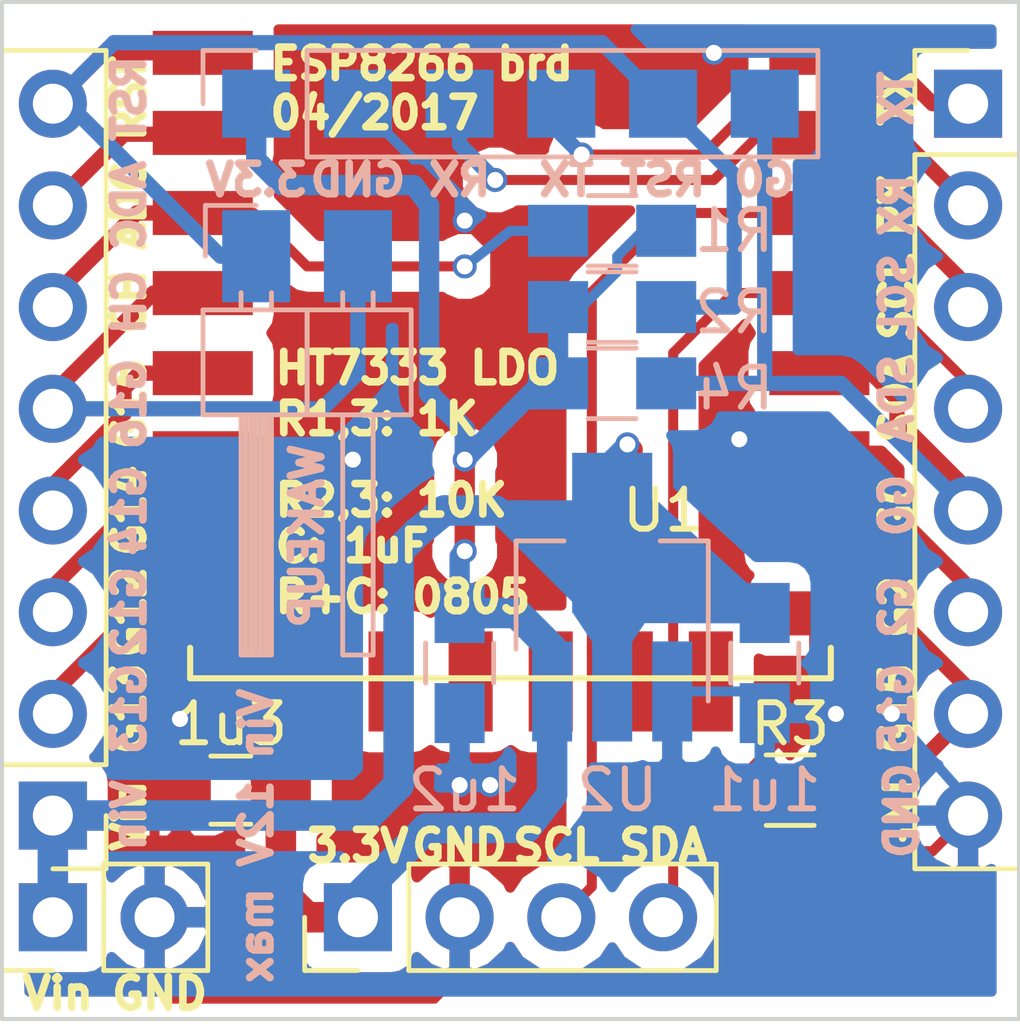
<source format=kicad_pcb>
(kicad_pcb (version 4) (host pcbnew 4.0.5)

  (general
    (links 48)
    (no_connects 0)
    (area 52.019999 50.749999 77.520001 76.250001)
    (thickness 1.6)
    (drawings 57)
    (tracks 256)
    (zones 0)
    (modules 15)
    (nets 24)
  )

  (page A4)
  (layers
    (0 F.Cu signal hide)
    (31 B.Cu signal hide)
    (32 B.Adhes user)
    (33 F.Adhes user)
    (34 B.Paste user)
    (35 F.Paste user)
    (36 B.SilkS user)
    (37 F.SilkS user)
    (38 B.Mask user)
    (39 F.Mask user)
    (40 Dwgs.User user)
    (41 Cmts.User user)
    (42 Eco1.User user)
    (43 Eco2.User user)
    (44 Edge.Cuts user)
    (45 Margin user)
    (46 B.CrtYd user)
    (47 F.CrtYd user)
    (48 B.Fab user)
    (49 F.Fab user)
  )

  (setup
    (last_trace_width 0.25)
    (trace_clearance 0.2)
    (zone_clearance 0.508)
    (zone_45_only no)
    (trace_min 0.2)
    (segment_width 0.2)
    (edge_width 0.1)
    (via_size 0.6)
    (via_drill 0.4)
    (via_min_size 0.4)
    (via_min_drill 0.3)
    (uvia_size 0.3)
    (uvia_drill 0.1)
    (uvias_allowed no)
    (uvia_min_size 0.2)
    (uvia_min_drill 0.1)
    (pcb_text_width 0.3)
    (pcb_text_size 1.5 1.5)
    (mod_edge_width 0.15)
    (mod_text_size 1 1)
    (mod_text_width 0.15)
    (pad_size 1.5 1.5)
    (pad_drill 0.6)
    (pad_to_mask_clearance 0)
    (aux_axis_origin 0 0)
    (visible_elements 7FFFFF7F)
    (pcbplotparams
      (layerselection 0x00030_80000001)
      (usegerberextensions false)
      (excludeedgelayer true)
      (linewidth 0.100000)
      (plotframeref false)
      (viasonmask false)
      (mode 1)
      (useauxorigin false)
      (hpglpennumber 1)
      (hpglpenspeed 20)
      (hpglpendiameter 15)
      (hpglpenoverlay 2)
      (psnegative false)
      (psa4output false)
      (plotreference true)
      (plotvalue true)
      (plotinvisibletext false)
      (padsonsilk false)
      (subtractmaskfromsilk false)
      (outputformat 1)
      (mirror false)
      (drillshape 1)
      (scaleselection 1)
      (outputdirectory ""))
  )

  (net 0 "")
  (net 1 /Vin)
  (net 2 GND)
  (net 3 3v3)
  (net 4 /RST)
  (net 5 /GPIO16)
  (net 6 /GPIO13)
  (net 7 /GPIO12)
  (net 8 /GPIO14)
  (net 9 /CH_PD)
  (net 10 /ADC)
  (net 11 /SCL)
  (net 12 /SDA)
  (net 13 /TX)
  (net 14 /RX)
  (net 15 /GPIO0)
  (net 16 /GPIO2)
  (net 17 /GPIO15)
  (net 18 "Net-(U1-Pad17)")
  (net 19 "Net-(U1-Pad18)")
  (net 20 "Net-(U1-Pad19)")
  (net 21 "Net-(U1-Pad20)")
  (net 22 "Net-(U1-Pad21)")
  (net 23 "Net-(U1-Pad22)")

  (net_class Default "Dies ist die voreingestellte Netzklasse."
    (clearance 0.2)
    (trace_width 0.25)
    (via_dia 0.6)
    (via_drill 0.4)
    (uvia_dia 0.3)
    (uvia_drill 0.1)
    (add_net "Net-(U1-Pad17)")
    (add_net "Net-(U1-Pad18)")
    (add_net "Net-(U1-Pad19)")
    (add_net "Net-(U1-Pad20)")
    (add_net "Net-(U1-Pad21)")
    (add_net "Net-(U1-Pad22)")
  )

  (net_class gnd ""
    (clearance 0.2)
    (trace_width 0.25)
    (via_dia 0.6)
    (via_drill 0.4)
    (uvia_dia 0.3)
    (uvia_drill 0.1)
    (add_net GND)
  )

  (net_class power ""
    (clearance 0.2)
    (trace_width 0.762)
    (via_dia 0.6)
    (via_drill 0.4)
    (uvia_dia 0.3)
    (uvia_drill 0.1)
    (add_net /Vin)
    (add_net 3v3)
  )

  (net_class signal ""
    (clearance 0.2)
    (trace_width 0.381)
    (via_dia 0.6)
    (via_drill 0.4)
    (uvia_dia 0.3)
    (uvia_drill 0.1)
    (add_net /ADC)
    (add_net /CH_PD)
    (add_net /GPIO0)
    (add_net /GPIO12)
    (add_net /GPIO13)
    (add_net /GPIO14)
    (add_net /GPIO15)
    (add_net /GPIO16)
    (add_net /GPIO2)
    (add_net /RST)
    (add_net /RX)
    (add_net /SCL)
    (add_net /SDA)
    (add_net /TX)
  )

  (module Capacitors_SMD:C_0805_HandSoldering (layer B.Cu) (tedit 58F20968) (tstamp 58F1EC8F)
    (at 71.12 67.31 270)
    (descr "Capacitor SMD 0805, hand soldering")
    (tags "capacitor 0805")
    (path /58F0A647)
    (attr smd)
    (fp_text reference 1u1 (at 3.175 0 360) (layer B.SilkS)
      (effects (font (size 1 1) (thickness 0.15)) (justify mirror))
    )
    (fp_text value C (at 0 -1.75 270) (layer B.Fab) hide
      (effects (font (size 1 1) (thickness 0.15)) (justify mirror))
    )
    (fp_text user %R (at 3.175 0 540) (layer B.Fab)
      (effects (font (size 1 1) (thickness 0.15)) (justify mirror))
    )
    (fp_line (start -1 -0.62) (end -1 0.62) (layer B.Fab) (width 0.1))
    (fp_line (start 1 -0.62) (end -1 -0.62) (layer B.Fab) (width 0.1))
    (fp_line (start 1 0.62) (end 1 -0.62) (layer B.Fab) (width 0.1))
    (fp_line (start -1 0.62) (end 1 0.62) (layer B.Fab) (width 0.1))
    (fp_line (start 0.5 0.85) (end -0.5 0.85) (layer B.SilkS) (width 0.12))
    (fp_line (start -0.5 -0.85) (end 0.5 -0.85) (layer B.SilkS) (width 0.12))
    (fp_line (start -2.25 0.88) (end 2.25 0.88) (layer B.CrtYd) (width 0.05))
    (fp_line (start -2.25 0.88) (end -2.25 -0.87) (layer B.CrtYd) (width 0.05))
    (fp_line (start 2.25 -0.87) (end 2.25 0.88) (layer B.CrtYd) (width 0.05))
    (fp_line (start 2.25 -0.87) (end -2.25 -0.87) (layer B.CrtYd) (width 0.05))
    (pad 1 smd rect (at -1.25 0 270) (size 1.5 1.25) (layers B.Cu B.Paste B.Mask)
      (net 1 /Vin))
    (pad 2 smd rect (at 1.25 0 270) (size 1.5 1.25) (layers B.Cu B.Paste B.Mask)
      (net 2 GND))
    (model Capacitors_SMD.3dshapes/C_0805.wrl
      (at (xyz 0 0 0))
      (scale (xyz 1 1 1))
      (rotate (xyz 0 0 0))
    )
  )

  (module Capacitors_SMD:C_0805_HandSoldering (layer B.Cu) (tedit 58F20954) (tstamp 58F1ECA0)
    (at 63.5 67.31 270)
    (descr "Capacitor SMD 0805, hand soldering")
    (tags "capacitor 0805")
    (path /58F0A537)
    (attr smd)
    (fp_text reference 1u2 (at 3.175 -0.127 540) (layer B.SilkS)
      (effects (font (size 1 1) (thickness 0.15)) (justify mirror))
    )
    (fp_text value C (at 0 -1.75 270) (layer B.Fab)
      (effects (font (size 1 1) (thickness 0.15)) (justify mirror))
    )
    (fp_text user %R (at 3.175 -0.127 360) (layer B.Fab)
      (effects (font (size 1 1) (thickness 0.15)) (justify mirror))
    )
    (fp_line (start -1 -0.62) (end -1 0.62) (layer B.Fab) (width 0.1))
    (fp_line (start 1 -0.62) (end -1 -0.62) (layer B.Fab) (width 0.1))
    (fp_line (start 1 0.62) (end 1 -0.62) (layer B.Fab) (width 0.1))
    (fp_line (start -1 0.62) (end 1 0.62) (layer B.Fab) (width 0.1))
    (fp_line (start 0.5 0.85) (end -0.5 0.85) (layer B.SilkS) (width 0.12))
    (fp_line (start -0.5 -0.85) (end 0.5 -0.85) (layer B.SilkS) (width 0.12))
    (fp_line (start -2.25 0.88) (end 2.25 0.88) (layer B.CrtYd) (width 0.05))
    (fp_line (start -2.25 0.88) (end -2.25 -0.87) (layer B.CrtYd) (width 0.05))
    (fp_line (start 2.25 -0.87) (end 2.25 0.88) (layer B.CrtYd) (width 0.05))
    (fp_line (start 2.25 -0.87) (end -2.25 -0.87) (layer B.CrtYd) (width 0.05))
    (pad 1 smd rect (at -1.25 0 270) (size 1.5 1.25) (layers B.Cu B.Paste B.Mask)
      (net 3 3v3))
    (pad 2 smd rect (at 1.25 0 270) (size 1.5 1.25) (layers B.Cu B.Paste B.Mask)
      (net 2 GND))
    (model Capacitors_SMD.3dshapes/C_0805.wrl
      (at (xyz 0 0 0))
      (scale (xyz 1 1 1))
      (rotate (xyz 0 0 0))
    )
  )

  (module Capacitors_SMD:C_0805_HandSoldering (layer F.Cu) (tedit 58F203E3) (tstamp 58F1ECB1)
    (at 57.785 70.485 180)
    (descr "Capacitor SMD 0805, hand soldering")
    (tags "capacitor 0805")
    (path /58F0A5E6)
    (attr smd)
    (fp_text reference 1u3 (at 0 1.651 180) (layer F.SilkS)
      (effects (font (size 1 1) (thickness 0.15)))
    )
    (fp_text value C (at 0 1.75 180) (layer F.Fab) hide
      (effects (font (size 1 1) (thickness 0.15)))
    )
    (fp_text user %R (at 0 1.651 180) (layer F.Fab)
      (effects (font (size 1 1) (thickness 0.15)))
    )
    (fp_line (start -1 0.62) (end -1 -0.62) (layer F.Fab) (width 0.1))
    (fp_line (start 1 0.62) (end -1 0.62) (layer F.Fab) (width 0.1))
    (fp_line (start 1 -0.62) (end 1 0.62) (layer F.Fab) (width 0.1))
    (fp_line (start -1 -0.62) (end 1 -0.62) (layer F.Fab) (width 0.1))
    (fp_line (start 0.5 -0.85) (end -0.5 -0.85) (layer F.SilkS) (width 0.12))
    (fp_line (start -0.5 0.85) (end 0.5 0.85) (layer F.SilkS) (width 0.12))
    (fp_line (start -2.25 -0.88) (end 2.25 -0.88) (layer F.CrtYd) (width 0.05))
    (fp_line (start -2.25 -0.88) (end -2.25 0.87) (layer F.CrtYd) (width 0.05))
    (fp_line (start 2.25 0.87) (end 2.25 -0.88) (layer F.CrtYd) (width 0.05))
    (fp_line (start 2.25 0.87) (end -2.25 0.87) (layer F.CrtYd) (width 0.05))
    (pad 1 smd rect (at -1.25 0 180) (size 1.5 1.25) (layers F.Cu F.Paste F.Mask)
      (net 3 3v3))
    (pad 2 smd rect (at 1.25 0 180) (size 1.5 1.25) (layers F.Cu F.Paste F.Mask)
      (net 2 GND))
    (model Capacitors_SMD.3dshapes/C_0805.wrl
      (at (xyz 0 0 0))
      (scale (xyz 1 1 1))
      (rotate (xyz 0 0 0))
    )
  )

  (module Pin_Headers:Pin_Header_Straight_1x02_Pitch2.54mm (layer F.Cu) (tedit 58F1ECFC) (tstamp 58F1ECC6)
    (at 53.34 73.66 90)
    (descr "Through hole straight pin header, 1x02, 2.54mm pitch, single row")
    (tags "Through hole pin header THT 1x02 2.54mm single row")
    (path /58F0D6B0)
    (fp_text reference "" (at 0 -2.33 90) (layer F.SilkS) hide
      (effects (font (size 1 1) (thickness 0.15)))
    )
    (fp_text value CONN_01X02 (at 0 4.87 90) (layer F.Fab) hide
      (effects (font (size 1 1) (thickness 0.15)))
    )
    (fp_line (start -1.27 -1.27) (end -1.27 3.81) (layer F.Fab) (width 0.1))
    (fp_line (start -1.27 3.81) (end 1.27 3.81) (layer F.Fab) (width 0.1))
    (fp_line (start 1.27 3.81) (end 1.27 -1.27) (layer F.Fab) (width 0.1))
    (fp_line (start 1.27 -1.27) (end -1.27 -1.27) (layer F.Fab) (width 0.1))
    (fp_line (start -1.33 1.27) (end -1.33 3.87) (layer F.SilkS) (width 0.12))
    (fp_line (start -1.33 3.87) (end 1.33 3.87) (layer F.SilkS) (width 0.12))
    (fp_line (start 1.33 3.87) (end 1.33 1.27) (layer F.SilkS) (width 0.12))
    (fp_line (start 1.33 1.27) (end -1.33 1.27) (layer F.SilkS) (width 0.12))
    (fp_line (start -1.33 0) (end -1.33 -1.33) (layer F.SilkS) (width 0.12))
    (fp_line (start -1.33 -1.33) (end 0 -1.33) (layer F.SilkS) (width 0.12))
    (fp_line (start -1.8 -1.8) (end -1.8 4.35) (layer F.CrtYd) (width 0.05))
    (fp_line (start -1.8 4.35) (end 1.8 4.35) (layer F.CrtYd) (width 0.05))
    (fp_line (start 1.8 4.35) (end 1.8 -1.8) (layer F.CrtYd) (width 0.05))
    (fp_line (start 1.8 -1.8) (end -1.8 -1.8) (layer F.CrtYd) (width 0.05))
    (fp_text user %R (at 0 -2.33 90) (layer F.Fab)
      (effects (font (size 1 1) (thickness 0.15)))
    )
    (pad 1 thru_hole rect (at 0 0 90) (size 1.7 1.7) (drill 1) (layers *.Cu *.Mask)
      (net 1 /Vin))
    (pad 2 thru_hole oval (at 0 2.54 90) (size 1.7 1.7) (drill 1) (layers *.Cu *.Mask)
      (net 2 GND))
    (model ${KISYS3DMOD}/Pin_Headers.3dshapes/Pin_Header_Straight_1x02_Pitch2.54mm.wrl
      (at (xyz 0 -0.05 0))
      (scale (xyz 1 1 1))
      (rotate (xyz 0 0 90))
    )
  )

  (module ESP_brd:Pin_Header_Angled_1x02_Pitch2.54mm (layer B.Cu) (tedit 58F2098F) (tstamp 58F1ECFD)
    (at 58.42 57.15 270)
    (descr "Through hole angled pin header, 1x02, 2.54mm pitch, 6mm pin length, single row")
    (tags "Through hole angled pin header THT 1x02 2.54mm single row")
    (path /58F0D332)
    (fp_text reference P2 (at 4.315 2.27 270) (layer B.SilkS) hide
      (effects (font (size 1 1) (thickness 0.15)) (justify mirror))
    )
    (fp_text value CONN_01X02 (at 4.315 -4.81 270) (layer B.Fab) hide
      (effects (font (size 1 1) (thickness 0.15)) (justify mirror))
    )
    (fp_line (start 1.4 1.27) (end 1.4 -1.27) (layer B.Fab) (width 0.1))
    (fp_line (start 1.4 -1.27) (end 3.9 -1.27) (layer B.Fab) (width 0.1))
    (fp_line (start 3.9 -1.27) (end 3.9 1.27) (layer B.Fab) (width 0.1))
    (fp_line (start 3.9 1.27) (end 1.4 1.27) (layer B.Fab) (width 0.1))
    (fp_line (start 0 0.32) (end 0 -0.32) (layer B.Fab) (width 0.1))
    (fp_line (start 0 -0.32) (end 9.9 -0.32) (layer B.Fab) (width 0.1))
    (fp_line (start 9.9 -0.32) (end 9.9 0.32) (layer B.Fab) (width 0.1))
    (fp_line (start 9.9 0.32) (end 0 0.32) (layer B.Fab) (width 0.1))
    (fp_line (start 1.4 -1.27) (end 1.4 -3.81) (layer B.Fab) (width 0.1))
    (fp_line (start 1.4 -3.81) (end 3.9 -3.81) (layer B.Fab) (width 0.1))
    (fp_line (start 3.9 -3.81) (end 3.9 -1.27) (layer B.Fab) (width 0.1))
    (fp_line (start 3.9 -1.27) (end 1.4 -1.27) (layer B.Fab) (width 0.1))
    (fp_line (start 0 -2.22) (end 0 -2.86) (layer B.Fab) (width 0.1))
    (fp_line (start 0 -2.86) (end 9.9 -2.86) (layer B.Fab) (width 0.1))
    (fp_line (start 9.9 -2.86) (end 9.9 -2.22) (layer B.Fab) (width 0.1))
    (fp_line (start 9.9 -2.22) (end 0 -2.22) (layer B.Fab) (width 0.1))
    (fp_line (start 1.34 1.33) (end 1.34 -1.27) (layer B.SilkS) (width 0.12))
    (fp_line (start 1.34 -1.27) (end 3.96 -1.27) (layer B.SilkS) (width 0.12))
    (fp_line (start 3.96 -1.27) (end 3.96 1.33) (layer B.SilkS) (width 0.12))
    (fp_line (start 3.96 1.33) (end 1.34 1.33) (layer B.SilkS) (width 0.12))
    (fp_line (start 3.96 0.38) (end 3.96 -0.38) (layer B.SilkS) (width 0.12))
    (fp_line (start 3.96 -0.38) (end 9.96 -0.38) (layer B.SilkS) (width 0.12))
    (fp_line (start 9.96 -0.38) (end 9.96 0.38) (layer B.SilkS) (width 0.12))
    (fp_line (start 9.96 0.38) (end 3.96 0.38) (layer B.SilkS) (width 0.12))
    (fp_line (start 0.91 0.38) (end 1.34 0.38) (layer B.SilkS) (width 0.12))
    (fp_line (start 0.91 -0.38) (end 1.34 -0.38) (layer B.SilkS) (width 0.12))
    (fp_line (start 3.96 0.26) (end 9.96 0.26) (layer B.SilkS) (width 0.12))
    (fp_line (start 3.96 0.14) (end 9.96 0.14) (layer B.SilkS) (width 0.12))
    (fp_line (start 3.96 0.02) (end 9.96 0.02) (layer B.SilkS) (width 0.12))
    (fp_line (start 3.96 -0.1) (end 9.96 -0.1) (layer B.SilkS) (width 0.12))
    (fp_line (start 3.96 -0.22) (end 9.96 -0.22) (layer B.SilkS) (width 0.12))
    (fp_line (start 3.96 -0.34) (end 9.96 -0.34) (layer B.SilkS) (width 0.12))
    (fp_line (start 1.34 -1.27) (end 1.34 -3.87) (layer B.SilkS) (width 0.12))
    (fp_line (start 1.34 -3.87) (end 3.96 -3.87) (layer B.SilkS) (width 0.12))
    (fp_line (start 3.96 -3.87) (end 3.96 -1.27) (layer B.SilkS) (width 0.12))
    (fp_line (start 3.96 -1.27) (end 1.34 -1.27) (layer B.SilkS) (width 0.12))
    (fp_line (start 3.96 -2.16) (end 3.96 -2.92) (layer B.SilkS) (width 0.12))
    (fp_line (start 3.96 -2.92) (end 9.96 -2.92) (layer B.SilkS) (width 0.12))
    (fp_line (start 9.96 -2.92) (end 9.96 -2.16) (layer B.SilkS) (width 0.12))
    (fp_line (start 9.96 -2.16) (end 3.96 -2.16) (layer B.SilkS) (width 0.12))
    (fp_line (start 0.91 -2.16) (end 1.34 -2.16) (layer B.SilkS) (width 0.12))
    (fp_line (start 0.91 -2.92) (end 1.34 -2.92) (layer B.SilkS) (width 0.12))
    (fp_line (start -1.27 0) (end -1.27 1.27) (layer B.SilkS) (width 0.12))
    (fp_line (start -1.27 1.27) (end 0 1.27) (layer B.SilkS) (width 0.12))
    (fp_line (start -1.8 1.8) (end -1.8 -4.35) (layer B.CrtYd) (width 0.05))
    (fp_line (start -1.8 -4.35) (end 10.4 -4.35) (layer B.CrtYd) (width 0.05))
    (fp_line (start 10.4 -4.35) (end 10.4 1.8) (layer B.CrtYd) (width 0.05))
    (fp_line (start 10.4 1.8) (end -1.8 1.8) (layer B.CrtYd) (width 0.05))
    (fp_text user %R (at 4.315 2.27 270) (layer B.Fab) hide
      (effects (font (size 1 1) (thickness 0.15)) (justify mirror))
    )
    (pad 1 smd rect (at 0 0 270) (size 2.3 1.7) (layers B.Cu B.Paste B.Mask)
      (net 4 /RST))
    (pad 2 smd rect (at 0 -2.54 270) (size 2.3 1.7) (layers B.Cu B.Paste B.Mask)
      (net 5 /GPIO16))
    (model ${KISYS3DMOD}/Pin_Headers.3dshapes/Pin_Header_Angled_1x02_Pitch2.54mm.wrl
      (at (xyz 0 -0.05 0))
      (scale (xyz 1 1 1))
      (rotate (xyz 0 0 90))
    )
  )

  (module Pin_Headers:Pin_Header_Straight_1x08_Pitch2.54mm (layer F.Cu) (tedit 58F1ED05) (tstamp 58F1ED18)
    (at 53.34 71.12 180)
    (descr "Through hole straight pin header, 1x08, 2.54mm pitch, single row")
    (tags "Through hole pin header THT 1x08 2.54mm single row")
    (path /58F0CA56)
    (fp_text reference P3 (at 0 -2.33 180) (layer F.SilkS) hide
      (effects (font (size 1 1) (thickness 0.15)))
    )
    (fp_text value CONN_01X08 (at 0 20.11 180) (layer F.Fab) hide
      (effects (font (size 1 1) (thickness 0.15)))
    )
    (fp_line (start -1.27 -1.27) (end -1.27 19.05) (layer F.Fab) (width 0.1))
    (fp_line (start -1.27 19.05) (end 1.27 19.05) (layer F.Fab) (width 0.1))
    (fp_line (start 1.27 19.05) (end 1.27 -1.27) (layer F.Fab) (width 0.1))
    (fp_line (start 1.27 -1.27) (end -1.27 -1.27) (layer F.Fab) (width 0.1))
    (fp_line (start -1.33 1.27) (end -1.33 19.11) (layer F.SilkS) (width 0.12))
    (fp_line (start -1.33 19.11) (end 1.33 19.11) (layer F.SilkS) (width 0.12))
    (fp_line (start 1.33 19.11) (end 1.33 1.27) (layer F.SilkS) (width 0.12))
    (fp_line (start 1.33 1.27) (end -1.33 1.27) (layer F.SilkS) (width 0.12))
    (fp_line (start -1.33 0) (end -1.33 -1.33) (layer F.SilkS) (width 0.12))
    (fp_line (start -1.33 -1.33) (end 0 -1.33) (layer F.SilkS) (width 0.12))
    (fp_line (start -1.8 -1.8) (end -1.8 19.55) (layer F.CrtYd) (width 0.05))
    (fp_line (start -1.8 19.55) (end 1.8 19.55) (layer F.CrtYd) (width 0.05))
    (fp_line (start 1.8 19.55) (end 1.8 -1.8) (layer F.CrtYd) (width 0.05))
    (fp_line (start 1.8 -1.8) (end -1.8 -1.8) (layer F.CrtYd) (width 0.05))
    (fp_text user %R (at 0 -2.33 180) (layer F.Fab)
      (effects (font (size 1 1) (thickness 0.15)))
    )
    (pad 1 thru_hole rect (at 0 0 180) (size 1.7 1.7) (drill 1) (layers *.Cu *.Mask)
      (net 1 /Vin))
    (pad 2 thru_hole oval (at 0 2.54 180) (size 1.7 1.7) (drill 1) (layers *.Cu *.Mask)
      (net 6 /GPIO13))
    (pad 3 thru_hole oval (at 0 5.08 180) (size 1.7 1.7) (drill 1) (layers *.Cu *.Mask)
      (net 7 /GPIO12))
    (pad 4 thru_hole oval (at 0 7.62 180) (size 1.7 1.7) (drill 1) (layers *.Cu *.Mask)
      (net 8 /GPIO14))
    (pad 5 thru_hole oval (at 0 10.16 180) (size 1.7 1.7) (drill 1) (layers *.Cu *.Mask)
      (net 5 /GPIO16))
    (pad 6 thru_hole oval (at 0 12.7 180) (size 1.7 1.7) (drill 1) (layers *.Cu *.Mask)
      (net 9 /CH_PD))
    (pad 7 thru_hole oval (at 0 15.24 180) (size 1.7 1.7) (drill 1) (layers *.Cu *.Mask)
      (net 10 /ADC))
    (pad 8 thru_hole oval (at 0 17.78 180) (size 1.7 1.7) (drill 1) (layers *.Cu *.Mask)
      (net 4 /RST))
    (model ${KISYS3DMOD}/Pin_Headers.3dshapes/Pin_Header_Straight_1x08_Pitch2.54mm.wrl
      (at (xyz 0 -0.35 0))
      (scale (xyz 1 1 1))
      (rotate (xyz 0 0 90))
    )
  )

  (module Pin_Headers:Pin_Header_Straight_1x04_Pitch2.54mm (layer F.Cu) (tedit 58F1ED36) (tstamp 58F1ED2F)
    (at 60.96 73.66 90)
    (descr "Through hole straight pin header, 1x04, 2.54mm pitch, single row")
    (tags "Through hole pin header THT 1x04 2.54mm single row")
    (path /58F0EA01)
    (fp_text reference P4 (at 0 -2.33 90) (layer F.SilkS) hide
      (effects (font (size 1 1) (thickness 0.15)))
    )
    (fp_text value CONN_01X04 (at 0 9.95 90) (layer F.Fab) hide
      (effects (font (size 1 1) (thickness 0.15)))
    )
    (fp_line (start -1.27 -1.27) (end -1.27 8.89) (layer F.Fab) (width 0.1))
    (fp_line (start -1.27 8.89) (end 1.27 8.89) (layer F.Fab) (width 0.1))
    (fp_line (start 1.27 8.89) (end 1.27 -1.27) (layer F.Fab) (width 0.1))
    (fp_line (start 1.27 -1.27) (end -1.27 -1.27) (layer F.Fab) (width 0.1))
    (fp_line (start -1.33 1.27) (end -1.33 8.95) (layer F.SilkS) (width 0.12))
    (fp_line (start -1.33 8.95) (end 1.33 8.95) (layer F.SilkS) (width 0.12))
    (fp_line (start 1.33 8.95) (end 1.33 1.27) (layer F.SilkS) (width 0.12))
    (fp_line (start 1.33 1.27) (end -1.33 1.27) (layer F.SilkS) (width 0.12))
    (fp_line (start -1.33 0) (end -1.33 -1.33) (layer F.SilkS) (width 0.12))
    (fp_line (start -1.33 -1.33) (end 0 -1.33) (layer F.SilkS) (width 0.12))
    (fp_line (start -1.8 -1.8) (end -1.8 9.4) (layer F.CrtYd) (width 0.05))
    (fp_line (start -1.8 9.4) (end 1.8 9.4) (layer F.CrtYd) (width 0.05))
    (fp_line (start 1.8 9.4) (end 1.8 -1.8) (layer F.CrtYd) (width 0.05))
    (fp_line (start 1.8 -1.8) (end -1.8 -1.8) (layer F.CrtYd) (width 0.05))
    (fp_text user %R (at 0 -2.33 90) (layer F.Fab) hide
      (effects (font (size 1 1) (thickness 0.15)))
    )
    (pad 1 thru_hole rect (at 0 0 90) (size 1.7 1.7) (drill 1) (layers *.Cu *.Mask)
      (net 3 3v3))
    (pad 2 thru_hole oval (at 0 2.54 90) (size 1.7 1.7) (drill 1) (layers *.Cu *.Mask)
      (net 2 GND))
    (pad 3 thru_hole oval (at 0 5.08 90) (size 1.7 1.7) (drill 1) (layers *.Cu *.Mask)
      (net 11 /SCL))
    (pad 4 thru_hole oval (at 0 7.62 90) (size 1.7 1.7) (drill 1) (layers *.Cu *.Mask)
      (net 12 /SDA))
    (model ${KISYS3DMOD}/Pin_Headers.3dshapes/Pin_Header_Straight_1x04_Pitch2.54mm.wrl
      (at (xyz 0 -0.15 0))
      (scale (xyz 1 1 1))
      (rotate (xyz 0 0 90))
    )
  )

  (module Pin_Headers:Pin_Header_Straight_1x08_Pitch2.54mm (layer F.Cu) (tedit 58F1ED0D) (tstamp 58F1ED4A)
    (at 76.2 53.34)
    (descr "Through hole straight pin header, 1x08, 2.54mm pitch, single row")
    (tags "Through hole pin header THT 1x08 2.54mm single row")
    (path /58F0CB3B)
    (fp_text reference P5 (at 0 -2.33) (layer F.SilkS) hide
      (effects (font (size 1 1) (thickness 0.15)))
    )
    (fp_text value CONN_01X08 (at 0 20.11) (layer F.Fab) hide
      (effects (font (size 1 1) (thickness 0.15)))
    )
    (fp_line (start -1.27 -1.27) (end -1.27 19.05) (layer F.Fab) (width 0.1))
    (fp_line (start -1.27 19.05) (end 1.27 19.05) (layer F.Fab) (width 0.1))
    (fp_line (start 1.27 19.05) (end 1.27 -1.27) (layer F.Fab) (width 0.1))
    (fp_line (start 1.27 -1.27) (end -1.27 -1.27) (layer F.Fab) (width 0.1))
    (fp_line (start -1.33 1.27) (end -1.33 19.11) (layer F.SilkS) (width 0.12))
    (fp_line (start -1.33 19.11) (end 1.33 19.11) (layer F.SilkS) (width 0.12))
    (fp_line (start 1.33 19.11) (end 1.33 1.27) (layer F.SilkS) (width 0.12))
    (fp_line (start 1.33 1.27) (end -1.33 1.27) (layer F.SilkS) (width 0.12))
    (fp_line (start -1.33 0) (end -1.33 -1.33) (layer F.SilkS) (width 0.12))
    (fp_line (start -1.33 -1.33) (end 0 -1.33) (layer F.SilkS) (width 0.12))
    (fp_line (start -1.8 -1.8) (end -1.8 19.55) (layer F.CrtYd) (width 0.05))
    (fp_line (start -1.8 19.55) (end 1.8 19.55) (layer F.CrtYd) (width 0.05))
    (fp_line (start 1.8 19.55) (end 1.8 -1.8) (layer F.CrtYd) (width 0.05))
    (fp_line (start 1.8 -1.8) (end -1.8 -1.8) (layer F.CrtYd) (width 0.05))
    (fp_text user %R (at 0 -2.33) (layer F.Fab) hide
      (effects (font (size 1 1) (thickness 0.15)))
    )
    (pad 1 thru_hole rect (at 0 0) (size 1.7 1.7) (drill 1) (layers *.Cu *.Mask)
      (net 13 /TX))
    (pad 2 thru_hole oval (at 0 2.54) (size 1.7 1.7) (drill 1) (layers *.Cu *.Mask)
      (net 14 /RX))
    (pad 3 thru_hole oval (at 0 5.08) (size 1.7 1.7) (drill 1) (layers *.Cu *.Mask)
      (net 11 /SCL))
    (pad 4 thru_hole oval (at 0 7.62) (size 1.7 1.7) (drill 1) (layers *.Cu *.Mask)
      (net 12 /SDA))
    (pad 5 thru_hole oval (at 0 10.16) (size 1.7 1.7) (drill 1) (layers *.Cu *.Mask)
      (net 15 /GPIO0))
    (pad 6 thru_hole oval (at 0 12.7) (size 1.7 1.7) (drill 1) (layers *.Cu *.Mask)
      (net 16 /GPIO2))
    (pad 7 thru_hole oval (at 0 15.24) (size 1.7 1.7) (drill 1) (layers *.Cu *.Mask)
      (net 17 /GPIO15))
    (pad 8 thru_hole oval (at 0 17.78) (size 1.7 1.7) (drill 1) (layers *.Cu *.Mask)
      (net 2 GND))
    (model ${KISYS3DMOD}/Pin_Headers.3dshapes/Pin_Header_Straight_1x08_Pitch2.54mm.wrl
      (at (xyz 0 -0.35 0))
      (scale (xyz 1 1 1))
      (rotate (xyz 0 0 90))
    )
  )

  (module ESP_brd:Pin_Header_Straight_1x06_Pitch2.54mm_SMD (layer B.Cu) (tedit 58F20590) (tstamp 58F1ED63)
    (at 58.42 53.34 270)
    (descr "Through hole straight pin header, 1x06, 2.54mm pitch, single row")
    (tags "Through hole pin header THT 1x06 2.54mm single row")
    (path /58F11120)
    (fp_text reference P6 (at 0 2.33 270) (layer B.SilkS) hide
      (effects (font (size 1 1) (thickness 0.15)) (justify mirror))
    )
    (fp_text value CONN_01X06 (at 0 -15.03 270) (layer B.Fab) hide
      (effects (font (size 1 1) (thickness 0.15)) (justify mirror))
    )
    (fp_line (start -1.27 1.27) (end -1.27 -13.97) (layer B.Fab) (width 0.1))
    (fp_line (start -1.27 -13.97) (end 1.27 -13.97) (layer B.Fab) (width 0.1))
    (fp_line (start 1.27 -13.97) (end 1.27 1.27) (layer B.Fab) (width 0.1))
    (fp_line (start 1.27 1.27) (end -1.27 1.27) (layer B.Fab) (width 0.1))
    (fp_line (start -1.33 -1.27) (end -1.33 -14.03) (layer B.SilkS) (width 0.12))
    (fp_line (start -1.33 -14.03) (end 1.33 -14.03) (layer B.SilkS) (width 0.12))
    (fp_line (start 1.33 -14.03) (end 1.33 -1.27) (layer B.SilkS) (width 0.12))
    (fp_line (start 1.33 -1.27) (end -1.33 -1.27) (layer B.SilkS) (width 0.12))
    (fp_line (start -1.33 0) (end -1.33 1.33) (layer B.SilkS) (width 0.12))
    (fp_line (start -1.33 1.33) (end 0 1.33) (layer B.SilkS) (width 0.12))
    (fp_line (start -1.8 1.8) (end -1.8 -14.5) (layer B.CrtYd) (width 0.05))
    (fp_line (start -1.8 -14.5) (end 1.8 -14.5) (layer B.CrtYd) (width 0.05))
    (fp_line (start 1.8 -14.5) (end 1.8 1.8) (layer B.CrtYd) (width 0.05))
    (fp_line (start 1.8 1.8) (end -1.8 1.8) (layer B.CrtYd) (width 0.05))
    (fp_text user %R (at 0 2.33 270) (layer B.Fab) hide
      (effects (font (size 1 1) (thickness 0.15)) (justify mirror))
    )
    (pad 1 smd rect (at 0 0 270) (size 1.7 1.7) (layers B.Cu B.Paste B.Mask)
      (net 3 3v3))
    (pad 2 smd rect (at 0 -2.54 270) (size 1.7 1.7) (layers B.Cu B.Paste B.Mask)
      (net 2 GND))
    (pad 3 smd rect (at 0 -5.08 270) (size 1.7 1.7) (layers B.Cu B.Paste B.Mask)
      (net 14 /RX))
    (pad 4 smd rect (at 0 -7.62 270) (size 1.7 1.7) (layers B.Cu B.Paste B.Mask)
      (net 13 /TX))
    (pad 5 smd rect (at 0 -10.16 270) (size 1.7 1.7) (layers B.Cu B.Paste B.Mask)
      (net 4 /RST))
    (pad 6 smd rect (at 0 -12.7 270) (size 1.7 1.7) (layers B.Cu B.Paste B.Mask)
      (net 15 /GPIO0))
    (model ${KISYS3DMOD}/Pin_Headers.3dshapes/Pin_Header_Straight_1x06_Pitch2.54mm.wrl
      (at (xyz 0 -0.25 0))
      (scale (xyz 1 1 1))
      (rotate (xyz 0 0 90))
    )
  )

  (module Resistors_SMD:R_0805_HandSoldering (layer B.Cu) (tedit 58F204BB) (tstamp 58F1ED74)
    (at 67.31 56.515 180)
    (descr "Resistor SMD 0805, hand soldering")
    (tags "resistor 0805")
    (path /58F0B57F)
    (attr smd)
    (fp_text reference R1 (at -3.048 0 180) (layer B.SilkS)
      (effects (font (size 1 1) (thickness 0.15)) (justify mirror))
    )
    (fp_text value 1k (at 0 -1.75 180) (layer B.Fab)
      (effects (font (size 1 1) (thickness 0.15)) (justify mirror))
    )
    (fp_text user %R (at 0 0 180) (layer B.Fab)
      (effects (font (size 0.5 0.5) (thickness 0.075)) (justify mirror))
    )
    (fp_line (start -1 -0.62) (end -1 0.62) (layer B.Fab) (width 0.1))
    (fp_line (start 1 -0.62) (end -1 -0.62) (layer B.Fab) (width 0.1))
    (fp_line (start 1 0.62) (end 1 -0.62) (layer B.Fab) (width 0.1))
    (fp_line (start -1 0.62) (end 1 0.62) (layer B.Fab) (width 0.1))
    (fp_line (start 0.6 -0.88) (end -0.6 -0.88) (layer B.SilkS) (width 0.12))
    (fp_line (start -0.6 0.88) (end 0.6 0.88) (layer B.SilkS) (width 0.12))
    (fp_line (start -2.35 0.9) (end 2.35 0.9) (layer B.CrtYd) (width 0.05))
    (fp_line (start -2.35 0.9) (end -2.35 -0.9) (layer B.CrtYd) (width 0.05))
    (fp_line (start 2.35 -0.9) (end 2.35 0.9) (layer B.CrtYd) (width 0.05))
    (fp_line (start 2.35 -0.9) (end -2.35 -0.9) (layer B.CrtYd) (width 0.05))
    (pad 1 smd rect (at -1.35 0 180) (size 1.5 1.3) (layers B.Cu B.Paste B.Mask)
      (net 3 3v3))
    (pad 2 smd rect (at 1.35 0 180) (size 1.5 1.3) (layers B.Cu B.Paste B.Mask)
      (net 9 /CH_PD))
    (model ${KISYS3DMOD}/Resistors_SMD.3dshapes/R_0805.wrl
      (at (xyz 0 0 0))
      (scale (xyz 1 1 1))
      (rotate (xyz 0 0 0))
    )
  )

  (module Resistors_SMD:R_0805_HandSoldering (layer B.Cu) (tedit 58F204C2) (tstamp 58F1ED85)
    (at 67.31 58.42)
    (descr "Resistor SMD 0805, hand soldering")
    (tags "resistor 0805")
    (path /58F0BEE7)
    (attr smd)
    (fp_text reference R2 (at 3.048 0.127) (layer B.SilkS)
      (effects (font (size 1 1) (thickness 0.15)) (justify mirror))
    )
    (fp_text value 10k (at 0 -1.75) (layer B.Fab)
      (effects (font (size 1 1) (thickness 0.15)) (justify mirror))
    )
    (fp_text user %R (at 0 0) (layer B.Fab)
      (effects (font (size 0.5 0.5) (thickness 0.075)) (justify mirror))
    )
    (fp_line (start -1 -0.62) (end -1 0.62) (layer B.Fab) (width 0.1))
    (fp_line (start 1 -0.62) (end -1 -0.62) (layer B.Fab) (width 0.1))
    (fp_line (start 1 0.62) (end 1 -0.62) (layer B.Fab) (width 0.1))
    (fp_line (start -1 0.62) (end 1 0.62) (layer B.Fab) (width 0.1))
    (fp_line (start 0.6 -0.88) (end -0.6 -0.88) (layer B.SilkS) (width 0.12))
    (fp_line (start -0.6 0.88) (end 0.6 0.88) (layer B.SilkS) (width 0.12))
    (fp_line (start -2.35 0.9) (end 2.35 0.9) (layer B.CrtYd) (width 0.05))
    (fp_line (start -2.35 0.9) (end -2.35 -0.9) (layer B.CrtYd) (width 0.05))
    (fp_line (start 2.35 -0.9) (end 2.35 0.9) (layer B.CrtYd) (width 0.05))
    (fp_line (start 2.35 -0.9) (end -2.35 -0.9) (layer B.CrtYd) (width 0.05))
    (pad 1 smd rect (at -1.35 0) (size 1.5 1.3) (layers B.Cu B.Paste B.Mask)
      (net 3 3v3))
    (pad 2 smd rect (at 1.35 0) (size 1.5 1.3) (layers B.Cu B.Paste B.Mask)
      (net 4 /RST))
    (model ${KISYS3DMOD}/Resistors_SMD.3dshapes/R_0805.wrl
      (at (xyz 0 0 0))
      (scale (xyz 1 1 1))
      (rotate (xyz 0 0 0))
    )
  )

  (module Resistors_SMD:R_0805_HandSoldering (layer F.Cu) (tedit 58F20400) (tstamp 58F1ED96)
    (at 71.755 70.485 180)
    (descr "Resistor SMD 0805, hand soldering")
    (tags "resistor 0805")
    (path /58F0B5B8)
    (attr smd)
    (fp_text reference R3 (at 0 1.651 180) (layer F.SilkS)
      (effects (font (size 1 1) (thickness 0.15)))
    )
    (fp_text value 1k (at 0 1.75 180) (layer F.Fab) hide
      (effects (font (size 1 1) (thickness 0.15)))
    )
    (fp_text user %R (at 0 0 270) (layer F.Fab)
      (effects (font (size 0.5 0.5) (thickness 0.075)))
    )
    (fp_line (start -1 0.62) (end -1 -0.62) (layer F.Fab) (width 0.1))
    (fp_line (start 1 0.62) (end -1 0.62) (layer F.Fab) (width 0.1))
    (fp_line (start 1 -0.62) (end 1 0.62) (layer F.Fab) (width 0.1))
    (fp_line (start -1 -0.62) (end 1 -0.62) (layer F.Fab) (width 0.1))
    (fp_line (start 0.6 0.88) (end -0.6 0.88) (layer F.SilkS) (width 0.12))
    (fp_line (start -0.6 -0.88) (end 0.6 -0.88) (layer F.SilkS) (width 0.12))
    (fp_line (start -2.35 -0.9) (end 2.35 -0.9) (layer F.CrtYd) (width 0.05))
    (fp_line (start -2.35 -0.9) (end -2.35 0.9) (layer F.CrtYd) (width 0.05))
    (fp_line (start 2.35 0.9) (end 2.35 -0.9) (layer F.CrtYd) (width 0.05))
    (fp_line (start 2.35 0.9) (end -2.35 0.9) (layer F.CrtYd) (width 0.05))
    (pad 1 smd rect (at -1.35 0 180) (size 1.5 1.3) (layers F.Cu F.Paste F.Mask)
      (net 17 /GPIO15))
    (pad 2 smd rect (at 1.35 0 180) (size 1.5 1.3) (layers F.Cu F.Paste F.Mask)
      (net 2 GND))
    (model ${KISYS3DMOD}/Resistors_SMD.3dshapes/R_0805.wrl
      (at (xyz 0 0 0))
      (scale (xyz 1 1 1))
      (rotate (xyz 0 0 0))
    )
  )

  (module Resistors_SMD:R_0805_HandSoldering (layer B.Cu) (tedit 58F204C9) (tstamp 58F1EDA7)
    (at 67.31 60.325)
    (descr "Resistor SMD 0805, hand soldering")
    (tags "resistor 0805")
    (path /58F0F0B2)
    (attr smd)
    (fp_text reference R4 (at 3.048 0.127) (layer B.SilkS)
      (effects (font (size 1 1) (thickness 0.15)) (justify mirror))
    )
    (fp_text value 10k (at 0 -1.75) (layer B.Fab)
      (effects (font (size 1 1) (thickness 0.15)) (justify mirror))
    )
    (fp_text user %R (at 0 0) (layer B.Fab)
      (effects (font (size 0.5 0.5) (thickness 0.075)) (justify mirror))
    )
    (fp_line (start -1 -0.62) (end -1 0.62) (layer B.Fab) (width 0.1))
    (fp_line (start 1 -0.62) (end -1 -0.62) (layer B.Fab) (width 0.1))
    (fp_line (start 1 0.62) (end 1 -0.62) (layer B.Fab) (width 0.1))
    (fp_line (start -1 0.62) (end 1 0.62) (layer B.Fab) (width 0.1))
    (fp_line (start 0.6 -0.88) (end -0.6 -0.88) (layer B.SilkS) (width 0.12))
    (fp_line (start -0.6 0.88) (end 0.6 0.88) (layer B.SilkS) (width 0.12))
    (fp_line (start -2.35 0.9) (end 2.35 0.9) (layer B.CrtYd) (width 0.05))
    (fp_line (start -2.35 0.9) (end -2.35 -0.9) (layer B.CrtYd) (width 0.05))
    (fp_line (start 2.35 -0.9) (end 2.35 0.9) (layer B.CrtYd) (width 0.05))
    (fp_line (start 2.35 -0.9) (end -2.35 -0.9) (layer B.CrtYd) (width 0.05))
    (pad 1 smd rect (at -1.35 0) (size 1.5 1.3) (layers B.Cu B.Paste B.Mask)
      (net 3 3v3))
    (pad 2 smd rect (at 1.35 0) (size 1.5 1.3) (layers B.Cu B.Paste B.Mask)
      (net 15 /GPIO0))
    (model ${KISYS3DMOD}/Resistors_SMD.3dshapes/R_0805.wrl
      (at (xyz 0 0 0))
      (scale (xyz 1 1 1))
      (rotate (xyz 0 0 0))
    )
  )

  (module ESP_brd:ESP-12E (layer F.Cu) (tedit 58F208D0) (tstamp 58F1EDD5)
    (at 57.785 52.07)
    (descr "Module, ESP-8266, ESP-12, 16 pad, SMD")
    (tags "Module ESP-8266 ESP8266")
    (path /58E0F1A6)
    (fp_text reference U1 (at 10.795 11.43) (layer F.SilkS)
      (effects (font (size 1 1) (thickness 0.15)))
    )
    (fp_text value ESP-12E (at 6.35 6.35) (layer F.Fab) hide
      (effects (font (size 1 1) (thickness 0.15)))
    )
    (fp_line (start -2.25 -0.5) (end -2.25 -8.75) (layer F.CrtYd) (width 0.05))
    (fp_line (start -2.25 -8.75) (end 15.25 -8.75) (layer F.CrtYd) (width 0.05))
    (fp_line (start 15.25 -8.75) (end 16.25 -8.75) (layer F.CrtYd) (width 0.05))
    (fp_line (start 16.25 -8.75) (end 16.25 16) (layer F.CrtYd) (width 0.05))
    (fp_line (start 16.25 16) (end -2.25 16) (layer F.CrtYd) (width 0.05))
    (fp_line (start -2.25 16) (end -2.25 -0.5) (layer F.CrtYd) (width 0.05))
    (fp_line (start -1.016 -8.382) (end 14.986 -8.382) (layer F.CrtYd) (width 0.1524))
    (fp_line (start 14.986 -8.382) (end 14.986 -0.889) (layer F.CrtYd) (width 0.1524))
    (fp_line (start -1.016 -8.382) (end -1.016 -1.016) (layer F.CrtYd) (width 0.1524))
    (fp_line (start -1.016 14.859) (end -1.016 15.621) (layer F.SilkS) (width 0.1524))
    (fp_line (start -1.016 15.621) (end 14.986 15.621) (layer F.SilkS) (width 0.1524))
    (fp_line (start 14.986 15.621) (end 14.986 14.859) (layer F.SilkS) (width 0.1524))
    (fp_line (start 14.992 -8.4) (end -1.008 -2.6) (layer F.CrtYd) (width 0.1524))
    (fp_line (start -1.008 -8.4) (end 14.992 -2.6) (layer F.CrtYd) (width 0.1524))
    (fp_text user "No Copper" (at 6.892 -5.4) (layer F.CrtYd)
      (effects (font (size 1 1) (thickness 0.15)))
    )
    (fp_line (start -1.008 -2.6) (end 14.992 -2.6) (layer F.CrtYd) (width 0.1524))
    (fp_line (start 15 -8.4) (end 15 15.6) (layer F.Fab) (width 0.05))
    (fp_line (start 14.992 15.6) (end -1.008 15.6) (layer F.Fab) (width 0.05))
    (fp_line (start -1.008 15.6) (end -1.008 -8.4) (layer F.Fab) (width 0.05))
    (fp_line (start -1.008 -8.4) (end 14.992 -8.4) (layer F.Fab) (width 0.05))
    (pad 1 smd rect (at 0 0) (size 2.5 1.1) (drill (offset -0.7 0)) (layers F.Cu F.Paste F.Mask)
      (net 4 /RST))
    (pad 2 smd rect (at 0 2) (size 2.5 1.1) (drill (offset -0.7 0)) (layers F.Cu F.Paste F.Mask)
      (net 10 /ADC))
    (pad 3 smd rect (at 0 4) (size 2.5 1.1) (drill (offset -0.7 0)) (layers F.Cu F.Paste F.Mask)
      (net 9 /CH_PD))
    (pad 4 smd rect (at 0 6) (size 2.5 1.1) (drill (offset -0.7 0)) (layers F.Cu F.Paste F.Mask)
      (net 5 /GPIO16))
    (pad 5 smd rect (at 0 8) (size 2.5 1.1) (drill (offset -0.7 0)) (layers F.Cu F.Paste F.Mask)
      (net 8 /GPIO14))
    (pad 6 smd rect (at 0 10) (size 2.5 1.1) (drill (offset -0.7 0)) (layers F.Cu F.Paste F.Mask)
      (net 7 /GPIO12))
    (pad 7 connect rect (at 0 12) (size 2.5 1.1) (drill (offset -0.7 0)) (layers F.Cu F.Mask)
      (net 6 /GPIO13))
    (pad 8 smd rect (at 0 14) (size 2.5 1.1) (drill (offset -0.7 0)) (layers F.Cu F.Paste F.Mask)
      (net 3 3v3))
    (pad 9 smd rect (at 14 14) (size 2.5 1.1) (drill (offset 0.7 0)) (layers F.Cu F.Paste F.Mask)
      (net 2 GND))
    (pad 10 smd rect (at 14 12) (size 2.5 1.1) (drill (offset 0.6 0)) (layers F.Cu F.Paste F.Mask)
      (net 17 /GPIO15))
    (pad 11 smd rect (at 14 10) (size 2.5 1.1) (drill (offset 0.7 0)) (layers F.Cu F.Paste F.Mask)
      (net 16 /GPIO2))
    (pad 12 smd rect (at 14 8) (size 2.5 1.1) (drill (offset 0.7 0)) (layers F.Cu F.Paste F.Mask)
      (net 15 /GPIO0))
    (pad 13 smd rect (at 14 6) (size 2.5 1.1) (drill (offset 0.7 0)) (layers F.Cu F.Paste F.Mask)
      (net 12 /SDA))
    (pad 14 smd rect (at 14 4) (size 2.5 1.1) (drill (offset 0.7 0)) (layers F.Cu F.Paste F.Mask)
      (net 11 /SCL))
    (pad 15 smd rect (at 14 2) (size 2.5 1.1) (drill (offset 0.7 0)) (layers F.Cu F.Paste F.Mask)
      (net 14 /RX))
    (pad 16 smd rect (at 14 0) (size 2.5 1.1) (drill (offset 0.7 0)) (layers F.Cu F.Paste F.Mask)
      (net 13 /TX))
    (pad 17 smd rect (at 1.99 15 90) (size 2.5 1.1) (drill (offset -0.7 0)) (layers F.Cu F.Paste F.Mask)
      (net 18 "Net-(U1-Pad17)"))
    (pad 18 smd rect (at 3.99 15 90) (size 2.5 1.1) (drill (offset -0.7 0)) (layers F.Cu F.Paste F.Mask)
      (net 19 "Net-(U1-Pad18)"))
    (pad 19 smd rect (at 5.99 15 90) (size 2.5 1.1) (drill (offset -0.7 0)) (layers F.Cu F.Paste F.Mask)
      (net 20 "Net-(U1-Pad19)"))
    (pad 20 smd rect (at 7.99 15 90) (size 2.5 1.1) (drill (offset -0.7 0)) (layers F.Cu F.Paste F.Mask)
      (net 21 "Net-(U1-Pad20)"))
    (pad 21 smd rect (at 9.99 15 90) (size 2.5 1.1) (drill (offset -0.7 0)) (layers F.Cu F.Paste F.Mask)
      (net 22 "Net-(U1-Pad21)"))
    (pad 22 smd rect (at 11.99 15 90) (size 2.5 1.1) (drill (offset -0.7 0)) (layers F.Cu F.Paste F.Mask)
      (net 23 "Net-(U1-Pad22)"))
    (model ${ESPLIB}/ESP8266.3dshapes/ESP-12.wrl
      (at (xyz 0 0 0))
      (scale (xyz 0.3937 0.3937 0.3937))
      (rotate (xyz 0 0 0))
    )
  )

  (module TO_SOT_Packages_SMD:SOT89-3_Housing_Handsoldering (layer B.Cu) (tedit 58F2097D) (tstamp 58F1EDEC)
    (at 67.31 66.04 90)
    (descr "SOT89-3, Housing, Handsoldering,")
    (tags "SOT89-3 Housing Handsoldering ")
    (path /58F0A2F5)
    (attr smd)
    (fp_text reference U2 (at -4.445 0.127 180) (layer B.SilkS)
      (effects (font (size 1 1) (thickness 0.15)) (justify mirror))
    )
    (fp_text value HT7333 (at 0.5 -3.15 90) (layer B.Fab) hide
      (effects (font (size 1 1) (thickness 0.15)) (justify mirror))
    )
    (fp_text user %R (at 0.38 0 90) (layer B.Fab)
      (effects (font (size 0.6 0.6) (thickness 0.09)) (justify mirror))
    )
    (fp_line (start -3.5 -2.55) (end 4.25 -2.55) (layer B.CrtYd) (width 0.05))
    (fp_line (start 4.25 -2.55) (end 4.25 2.55) (layer B.CrtYd) (width 0.05))
    (fp_line (start 4.25 2.55) (end -3.5 2.55) (layer B.CrtYd) (width 0.05))
    (fp_line (start -3.5 2.55) (end -3.5 -2.55) (layer B.CrtYd) (width 0.05))
    (fp_line (start 1.78 -1.2) (end 1.78 -2.4) (layer B.SilkS) (width 0.12))
    (fp_line (start 1.78 -2.4) (end -0.92 -2.4) (layer B.SilkS) (width 0.12))
    (fp_line (start -2.22 2.4) (end 1.78 2.4) (layer B.SilkS) (width 0.12))
    (fp_line (start 1.78 2.4) (end 1.78 1.2) (layer B.SilkS) (width 0.12))
    (fp_line (start -0.92 1.51) (end -0.13 2.3) (layer B.Fab) (width 0.1))
    (fp_line (start 1.68 2.3) (end 1.68 -2.3) (layer B.Fab) (width 0.1))
    (fp_line (start 1.68 -2.3) (end -0.92 -2.3) (layer B.Fab) (width 0.1))
    (fp_line (start -0.92 -2.3) (end -0.92 1.51) (layer B.Fab) (width 0.1))
    (fp_line (start -0.13 2.3) (end 1.68 2.3) (layer B.Fab) (width 0.1))
    (pad 1 smd rect (at -1.98 1.5 180) (size 1 2.5) (layers B.Cu B.Paste B.Mask)
      (net 2 GND))
    (pad 2 smd rect (at -1.98 0 180) (size 1 2.5) (layers B.Cu B.Paste B.Mask)
      (net 1 /Vin))
    (pad 3 smd rect (at -1.98 -1.5 180) (size 1 2.5) (layers B.Cu B.Paste B.Mask)
      (net 3 3v3))
    (pad 2 smd rect (at 1.98 0 180) (size 2 4) (layers B.Cu B.Paste B.Mask)
      (net 1 /Vin))
    (pad 2 smd trapezoid (at -0.37 0) (size 1.5 0.75) (rect_delta 0 -0.5 ) (layers B.Cu B.Paste B.Mask)
      (net 1 /Vin))
    (model ${KISYS3DMOD}/TO_SOT_Packages_SMD.3dshapes/SOT89-3_Housing_Handsoldering.wrl
      (at (xyz 0.02 0 0))
      (scale (xyz 0.39 0.39 0.39))
      (rotate (xyz 0 0 90))
    )
  )

  (gr_text RST (at 55.245 53.213 90) (layer B.SilkS)
    (effects (font (size 0.762 0.762) (thickness 0.1905)) (justify mirror))
  )
  (gr_text ADC (at 55.245 55.88 90) (layer B.SilkS)
    (effects (font (size 0.762 0.762) (thickness 0.1905)) (justify mirror))
  )
  (gr_text CH (at 55.245 58.293 90) (layer F.SilkS)
    (effects (font (size 0.762 0.762) (thickness 0.1905)))
  )
  (gr_text G16 (at 55.245 60.833 90) (layer B.SilkS)
    (effects (font (size 0.762 0.762) (thickness 0.1905)) (justify mirror))
  )
  (gr_text G14 (at 55.245 63.5 90) (layer B.SilkS)
    (effects (font (size 0.762 0.762) (thickness 0.1905)) (justify mirror))
  )
  (gr_text G12 (at 55.245 66.04 90) (layer F.SilkS)
    (effects (font (size 0.762 0.762) (thickness 0.1905)))
  )
  (gr_text G13 (at 55.245 68.453 90) (layer F.SilkS)
    (effects (font (size 0.762 0.762) (thickness 0.1905)))
  )
  (gr_text TX (at 74.422 53.213 90) (layer B.SilkS)
    (effects (font (size 0.762 0.762) (thickness 0.1905)) (justify mirror))
  )
  (gr_text RX (at 74.422 55.88 90) (layer B.SilkS)
    (effects (font (size 0.762 0.762) (thickness 0.1905)) (justify mirror))
  )
  (gr_text SCL (at 74.422 58.166 90) (layer B.SilkS)
    (effects (font (size 0.762 0.762) (thickness 0.1905)) (justify mirror))
  )
  (gr_text SDA (at 74.422 60.706 90) (layer B.SilkS)
    (effects (font (size 0.762 0.762) (thickness 0.1905)) (justify mirror))
  )
  (gr_text G0 (at 74.422 63.373 90) (layer B.SilkS)
    (effects (font (size 0.762 0.762) (thickness 0.1905)) (justify mirror))
  )
  (gr_text G2 (at 74.422 65.913 90) (layer B.SilkS)
    (effects (font (size 0.762 0.762) (thickness 0.1905)) (justify mirror))
  )
  (gr_text G15 (at 74.422 68.453 90) (layer B.SilkS)
    (effects (font (size 0.762 0.762) (thickness 0.1905)) (justify mirror))
  )
  (gr_text GND (at 74.549 70.993 90) (layer B.SilkS)
    (effects (font (size 0.762 0.762) (thickness 0.1905)) (justify mirror))
  )
  (gr_text MST (at 73.66 74.676) (layer F.Mask)
    (effects (font (size 1.016 1.016) (thickness 0.1905)) (justify left))
  )
  (gr_text "Vin 12V max" (at 58.42 71.628 90) (layer B.SilkS)
    (effects (font (size 0.762 0.762) (thickness 0.1905)) (justify mirror))
  )
  (gr_text "R+C: 0805" (at 58.801 65.659) (layer F.SilkS)
    (effects (font (size 0.762 0.762) (thickness 0.1905)) (justify left))
  )
  (gr_text "C: 1uF" (at 58.801 64.389) (layer F.SilkS)
    (effects (font (size 0.762 0.762) (thickness 0.1905)) (justify left))
  )
  (gr_text "R2,3: 10K" (at 58.801 63.246) (layer F.SilkS)
    (effects (font (size 0.762 0.762) (thickness 0.1905)) (justify left))
  )
  (gr_text "R1,3: 1K" (at 58.801 61.214) (layer F.SilkS)
    (effects (font (size 0.762 0.762) (thickness 0.1905)) (justify left))
  )
  (gr_text "HT7333 LDO" (at 58.801 59.944) (layer F.SilkS)
    (effects (font (size 0.762 0.762) (thickness 0.1905)) (justify left))
  )
  (gr_text "ESP8266 brd\n04/2017" (at 58.674 52.959) (layer F.SilkS)
    (effects (font (size 0.762 0.762) (thickness 0.1905)) (justify left))
  )
  (gr_text WAKEUP (at 59.69 64.135 90) (layer B.SilkS)
    (effects (font (size 0.762 0.762) (thickness 0.1905)) (justify mirror))
  )
  (gr_text 3.3V (at 58.42 55.245) (layer B.SilkS)
    (effects (font (size 0.762 0.762) (thickness 0.1905)) (justify mirror))
  )
  (gr_text GND (at 60.96 55.245) (layer B.SilkS)
    (effects (font (size 0.762 0.762) (thickness 0.1905)) (justify mirror))
  )
  (gr_text RX (at 63.5 55.245) (layer B.SilkS)
    (effects (font (size 0.762 0.762) (thickness 0.1905)) (justify mirror))
  )
  (gr_text TX (at 66.167 55.245) (layer B.SilkS)
    (effects (font (size 0.762 0.762) (thickness 0.1905)) (justify mirror))
  )
  (gr_text RST (at 68.58 55.245) (layer B.SilkS)
    (effects (font (size 0.762 0.762) (thickness 0.1905)) (justify mirror))
  )
  (gr_text G0 (at 71.12 55.245) (layer B.SilkS)
    (effects (font (size 0.762 0.762) (thickness 0.1905)) (justify mirror))
  )
  (gr_text RST (at 55.245 53.213 90) (layer F.SilkS)
    (effects (font (size 0.762 0.762) (thickness 0.1905)))
  )
  (gr_text ADC (at 55.245 55.88 90) (layer F.SilkS)
    (effects (font (size 0.762 0.762) (thickness 0.1905)))
  )
  (gr_text CH (at 55.245 58.293 90) (layer B.SilkS)
    (effects (font (size 0.762 0.762) (thickness 0.1905)) (justify mirror))
  )
  (gr_text G16 (at 55.245 60.833 90) (layer F.SilkS)
    (effects (font (size 0.762 0.762) (thickness 0.1905)))
  )
  (gr_text G14 (at 55.245 63.5 90) (layer F.SilkS)
    (effects (font (size 0.762 0.762) (thickness 0.1905)))
  )
  (gr_text G12 (at 55.245 66.04 90) (layer B.SilkS)
    (effects (font (size 0.762 0.762) (thickness 0.1905)) (justify mirror))
  )
  (gr_text Vin (at 55.245 71.12 90) (layer B.SilkS)
    (effects (font (size 0.762 0.762) (thickness 0.1905)) (justify mirror))
  )
  (gr_text G13 (at 55.245 68.453 90) (layer B.SilkS)
    (effects (font (size 0.762 0.762) (thickness 0.1905)) (justify mirror))
  )
  (gr_text GND (at 56.007 75.565) (layer F.SilkS)
    (effects (font (size 0.762 0.762) (thickness 0.1905)))
  )
  (gr_text Vin (at 53.467 75.565) (layer F.SilkS)
    (effects (font (size 0.762 0.762) (thickness 0.1905)))
  )
  (gr_text Vin (at 55.245 71.12 90) (layer F.SilkS)
    (effects (font (size 0.762 0.762) (thickness 0.1905)))
  )
  (gr_text 3.3V (at 60.96 71.882) (layer F.SilkS)
    (effects (font (size 0.762 0.762) (thickness 0.1905)))
  )
  (gr_text GND (at 63.5 71.882) (layer F.SilkS)
    (effects (font (size 0.762 0.762) (thickness 0.1905)))
  )
  (gr_text SCL (at 65.913 71.882) (layer F.SilkS)
    (effects (font (size 0.762 0.762) (thickness 0.1905)))
  )
  (gr_text SDA (at 68.58 71.882) (layer F.SilkS)
    (effects (font (size 0.762 0.762) (thickness 0.1905)))
  )
  (gr_text GND (at 74.549 70.993 90) (layer F.SilkS)
    (effects (font (size 0.762 0.762) (thickness 0.1905)))
  )
  (gr_text G15 (at 74.422 68.453 90) (layer F.SilkS)
    (effects (font (size 0.762 0.762) (thickness 0.1905)))
  )
  (gr_text G2 (at 74.422 65.913 90) (layer F.SilkS)
    (effects (font (size 0.762 0.762) (thickness 0.1905)))
  )
  (gr_text G0 (at 74.422 63.373 90) (layer F.SilkS)
    (effects (font (size 0.762 0.762) (thickness 0.1905)))
  )
  (gr_text SDA (at 74.422 60.706 90) (layer F.SilkS)
    (effects (font (size 0.762 0.762) (thickness 0.1905)))
  )
  (gr_text SCL (at 74.422 58.166 90) (layer F.SilkS)
    (effects (font (size 0.762 0.762) (thickness 0.1905)))
  )
  (gr_text RX (at 74.422 55.88 90) (layer F.SilkS)
    (effects (font (size 0.762 0.762) (thickness 0.1905)))
  )
  (gr_text TX (at 74.422 53.213 90) (layer F.SilkS)
    (effects (font (size 0.762 0.762) (thickness 0.1905)))
  )
  (gr_line (start 52.07 76.2) (end 52.07 50.8) (angle 90) (layer Edge.Cuts) (width 0.1))
  (gr_line (start 77.47 76.2) (end 52.07 76.2) (angle 90) (layer Edge.Cuts) (width 0.1))
  (gr_line (start 77.47 50.8) (end 77.47 76.2) (angle 90) (layer Edge.Cuts) (width 0.1))
  (gr_line (start 52.07 50.8) (end 77.47 50.8) (angle 90) (layer Edge.Cuts) (width 0.1))

  (segment (start 53.34 71.12) (end 53.34 73.66) (width 0.762) (layer B.Cu) (net 1))
  (segment (start 67.31 64.06) (end 67.31 62.23) (width 0.508) (layer B.Cu) (net 1))
  (segment (start 67.31 62.23) (end 67.691 61.849) (width 0.508) (layer B.Cu) (net 1) (tstamp 58F1FD93))
  (segment (start 67.818 61.976) (end 67.818 62.103) (width 0.508) (layer F.Cu) (net 1) (tstamp 58F1FDA6))
  (segment (start 67.691 61.849) (end 67.818 61.976) (width 0.508) (layer F.Cu) (net 1) (tstamp 58F1FDA5))
  (via (at 67.691 61.849) (size 0.6) (drill 0.4) (layers F.Cu B.Cu) (net 1))
  (segment (start 64.516 63.627) (end 64.897 63.627) (width 0.508) (layer B.Cu) (net 1))
  (segment (start 64.897 63.627) (end 65.786 64.516) (width 0.508) (layer B.Cu) (net 1) (tstamp 58F1FD62))
  (segment (start 67.31 66.41) (end 67.299 66.41) (width 0.508) (layer B.Cu) (net 1))
  (segment (start 67.299 66.41) (end 64.516 63.627) (width 0.508) (layer B.Cu) (net 1) (tstamp 58F1FD5A))
  (segment (start 64.516 63.627) (end 64.389 63.5) (width 0.508) (layer B.Cu) (net 1) (tstamp 58F1FD60))
  (segment (start 65.5955 63.9445) (end 67.1945 63.9445) (width 0.508) (layer B.Cu) (net 1))
  (segment (start 67.1945 63.9445) (end 67.31 64.06) (width 0.508) (layer B.Cu) (net 1) (tstamp 58F1FD57))
  (segment (start 66.167 64.389) (end 66.04 64.389) (width 0.508) (layer B.Cu) (net 1))
  (segment (start 66.04 64.389) (end 65.5955 63.9445) (width 0.508) (layer B.Cu) (net 1) (tstamp 58F1FD50))
  (segment (start 65.5955 63.9445) (end 65.4685 63.8175) (width 0.508) (layer B.Cu) (net 1) (tstamp 58F1FD55))
  (segment (start 66.167 64.77) (end 66.167 64.389) (width 0.508) (layer B.Cu) (net 1))
  (segment (start 65.4685 63.8175) (end 65.2145 63.8175) (width 0.508) (layer B.Cu) (net 1) (tstamp 58F1FD53))
  (segment (start 66.167 64.77) (end 66.167 64.516) (width 0.508) (layer B.Cu) (net 1) (tstamp 58F1FD49))
  (segment (start 66.167 64.516) (end 66.167 64.77) (width 0.508) (layer B.Cu) (net 1) (tstamp 58F1FD4B))
  (segment (start 67.31 66.41) (end 67.31 65.913) (width 0.508) (layer B.Cu) (net 1))
  (segment (start 67.31 65.913) (end 66.167 64.77) (width 0.508) (layer B.Cu) (net 1) (tstamp 58F1FD3D))
  (segment (start 65.2145 63.8175) (end 64.897 63.5) (width 0.508) (layer B.Cu) (net 1) (tstamp 58F1FD44))
  (segment (start 65.151 63.754) (end 65.151 63.5) (width 0.508) (layer B.Cu) (net 1) (tstamp 58F1FD41))
  (segment (start 64.897 63.5) (end 65.151 63.754) (width 0.508) (layer B.Cu) (net 1) (tstamp 58F1FD3E))
  (segment (start 71.12 66.06) (end 68.854 66.06) (width 0.508) (layer B.Cu) (net 1))
  (segment (start 68.854 66.06) (end 67.31 64.516) (width 0.508) (layer B.Cu) (net 1) (tstamp 58F1FD23))
  (segment (start 67.31 64.516) (end 67.31 64.06) (width 0.508) (layer B.Cu) (net 1) (tstamp 58F1FD25))
  (segment (start 71.12 66.06) (end 69.489 66.06) (width 0.508) (layer B.Cu) (net 1))
  (segment (start 69.489 66.06) (end 67.489 64.06) (width 0.508) (layer B.Cu) (net 1) (tstamp 58F1FD1E))
  (segment (start 67.489 64.06) (end 67.31 64.06) (width 0.508) (layer B.Cu) (net 1) (tstamp 58F1FD20))
  (segment (start 67.31 64.06) (end 67.997 64.06) (width 0.508) (layer B.Cu) (net 1))
  (segment (start 67.997 64.06) (end 69.997 66.06) (width 0.508) (layer B.Cu) (net 1) (tstamp 58F1FD15))
  (segment (start 69.997 66.06) (end 71.12 66.06) (width 0.508) (layer B.Cu) (net 1) (tstamp 58F1FD19))
  (segment (start 68.505 64.06) (end 67.31 64.06) (width 0.508) (layer B.Cu) (net 1) (tstamp 58F1FD09))
  (segment (start 71.12 66.06) (end 70.505 66.06) (width 0.508) (layer B.Cu) (net 1))
  (segment (start 70.505 66.06) (end 68.505 64.06) (width 0.508) (layer B.Cu) (net 1) (tstamp 58F1FD02))
  (segment (start 71.12 66.06) (end 67.66 66.06) (width 0.508) (layer B.Cu) (net 1))
  (segment (start 67.66 66.06) (end 67.31 66.41) (width 0.508) (layer B.Cu) (net 1) (tstamp 58F1FCF8))
  (segment (start 67.31 66.41) (end 67.31 64.06) (width 0.508) (layer B.Cu) (net 1))
  (segment (start 67.31 68.02) (end 67.31 66.41) (width 0.508) (layer B.Cu) (net 1))
  (segment (start 53.34 71.12) (end 61.214 71.12) (width 0.762) (layer B.Cu) (net 1))
  (segment (start 62.432 64.06) (end 63.119 63.5) (width 0.762) (layer B.Cu) (net 1) (tstamp 58F1F551))
  (segment (start 61.976 64.516) (end 62.432 64.06) (width 0.762) (layer B.Cu) (net 1) (tstamp 58F1F550))
  (segment (start 61.976 70.358) (end 61.976 64.516) (width 0.762) (layer B.Cu) (net 1) (tstamp 58F1F54F))
  (segment (start 61.214 71.12) (end 61.976 70.358) (width 0.762) (layer B.Cu) (net 1) (tstamp 58F1F54E))
  (segment (start 63.119 63.5) (end 64.389 63.5) (width 0.762) (layer B.Cu) (net 1))
  (segment (start 64.389 63.5) (end 65.151 63.5) (width 0.508) (layer B.Cu) (net 1) (tstamp 58F1FD5D))
  (segment (start 65.151 63.5) (end 68.326 63.5) (width 0.508) (layer B.Cu) (net 1) (tstamp 58F1FD42))
  (segment (start 68.326 63.5) (end 71.12 66.06) (width 0.508) (layer B.Cu) (net 1) (tstamp 58F1F540))
  (segment (start 67.31 68.02) (end 67.31 66.41) (width 0.25) (layer B.Cu) (net 1) (tstamp 58F1F53C))
  (segment (start 67.31 66.41) (end 67.31 68.02) (width 0.25) (layer B.Cu) (net 1) (tstamp 58F1F53D))
  (segment (start 71.12 68.56) (end 72.878 68.56) (width 0.25) (layer B.Cu) (net 2))
  (via (at 74.295 68.58) (size 0.6) (drill 0.4) (layers F.Cu B.Cu) (net 2))
  (segment (start 72.898 68.58) (end 74.295 68.58) (width 0.25) (layer F.Cu) (net 2) (tstamp 58F20B8A))
  (via (at 72.898 68.58) (size 0.6) (drill 0.4) (layers F.Cu B.Cu) (net 2))
  (segment (start 72.878 68.56) (end 72.898 68.58) (width 0.25) (layer B.Cu) (net 2) (tstamp 58F20B86))
  (segment (start 69.85 52.07) (end 73.533 52.07) (width 0.25) (layer B.Cu) (net 2))
  (segment (start 73.66 52.197) (end 73.66 59.436) (width 0.25) (layer B.Cu) (net 2) (tstamp 58F20611))
  (segment (start 73.533 52.07) (end 73.66 52.197) (width 0.25) (layer B.Cu) (net 2) (tstamp 58F2060D))
  (segment (start 63.627 56.261) (end 63.627 56.134) (width 0.25) (layer F.Cu) (net 2))
  (segment (start 69.977 51.943) (end 70.231 51.943) (width 0.25) (layer B.Cu) (net 2) (tstamp 58F1FF5B))
  (segment (start 69.85 52.07) (end 69.977 51.943) (width 0.25) (layer B.Cu) (net 2) (tstamp 58F1FF5A))
  (via (at 69.85 52.07) (size 0.6) (drill 0.4) (layers F.Cu B.Cu) (net 2))
  (segment (start 63.119 52.07) (end 69.85 52.07) (width 0.25) (layer F.Cu) (net 2) (tstamp 58F1FF52))
  (segment (start 62.23 52.959) (end 63.119 52.07) (width 0.25) (layer F.Cu) (net 2) (tstamp 58F1FF51))
  (segment (start 62.23 54.737) (end 62.23 52.959) (width 0.25) (layer F.Cu) (net 2) (tstamp 58F1FF4E))
  (segment (start 63.627 56.134) (end 62.23 54.737) (width 0.25) (layer F.Cu) (net 2) (tstamp 58F1FF49))
  (segment (start 74.295 68.58) (end 74.041 65.278) (width 0.25) (layer B.Cu) (net 2))
  (segment (start 74.041 65.278) (end 70.485 61.722) (width 0.25) (layer B.Cu) (net 2) (tstamp 58F1FCC6))
  (via (at 70.485 61.722) (size 0.6) (drill 0.4) (layers F.Cu B.Cu) (net 2))
  (segment (start 70.485 61.722) (end 70.358 61.849) (width 0.25) (layer F.Cu) (net 2) (tstamp 58F1FCCE))
  (segment (start 70.358 61.849) (end 70.231 61.849) (width 0.25) (layer F.Cu) (net 2) (tstamp 58F1FCCF))
  (segment (start 63.5 70.358) (end 64.262 70.358) (width 0.25) (layer B.Cu) (net 2))
  (segment (start 64.262 70.358) (end 64.389 70.358) (width 0.25) (layer F.Cu) (net 2) (tstamp 58F1FC9C))
  (via (at 64.262 70.358) (size 0.6) (drill 0.4) (layers F.Cu B.Cu) (net 2))
  (segment (start 56.535 70.485) (end 56.535 68.727) (width 0.25) (layer F.Cu) (net 2))
  (segment (start 56.515 68.707) (end 56.388 68.707) (width 0.25) (layer B.Cu) (net 2) (tstamp 58F1FC92))
  (via (at 56.515 68.707) (size 0.6) (drill 0.4) (layers F.Cu B.Cu) (net 2))
  (segment (start 56.535 68.727) (end 56.515 68.707) (width 0.25) (layer F.Cu) (net 2) (tstamp 58F1FC8C))
  (segment (start 60.96 61.976) (end 60.96 62.103) (width 0.25) (layer F.Cu) (net 2))
  (segment (start 60.833 62.23) (end 60.833 62.865) (width 0.25) (layer B.Cu) (net 2) (tstamp 58F1FC1C))
  (via (at 60.833 62.23) (size 0.6) (drill 0.4) (layers F.Cu B.Cu) (net 2))
  (segment (start 60.96 62.103) (end 60.833 62.23) (width 0.25) (layer F.Cu) (net 2) (tstamp 58F1FC18))
  (segment (start 64.008 58.928) (end 64.008 58.801) (width 0.25) (layer F.Cu) (net 2))
  (segment (start 61.595 70.358) (end 60.833 69.596) (width 0.25) (layer F.Cu) (net 2) (tstamp 58F1F624))
  (segment (start 60.833 69.596) (end 60.833 62.103) (width 0.25) (layer F.Cu) (net 2) (tstamp 58F1F625))
  (segment (start 60.833 62.103) (end 60.96 61.976) (width 0.25) (layer F.Cu) (net 2) (tstamp 58F1F626))
  (segment (start 60.96 61.976) (end 64.008 58.928) (width 0.25) (layer F.Cu) (net 2) (tstamp 58F1FC16))
  (segment (start 63.5 70.358) (end 61.595 70.358) (width 0.25) (layer F.Cu) (net 2))
  (segment (start 62.357 54.737) (end 60.96 53.34) (width 0.25) (layer B.Cu) (net 2) (tstamp 58F1F645))
  (segment (start 62.611 54.737) (end 62.357 54.737) (width 0.25) (layer B.Cu) (net 2) (tstamp 58F1F644))
  (segment (start 63.5 55.626) (end 62.611 54.737) (width 0.25) (layer B.Cu) (net 2) (tstamp 58F1F643))
  (segment (start 63.5 56.134) (end 63.5 55.626) (width 0.25) (layer B.Cu) (net 2) (tstamp 58F1F642))
  (segment (start 63.627 56.261) (end 63.5 56.134) (width 0.25) (layer B.Cu) (net 2) (tstamp 58F1F641))
  (via (at 63.627 56.261) (size 0.6) (drill 0.4) (layers F.Cu B.Cu) (net 2))
  (segment (start 64.389 57.023) (end 63.627 56.261) (width 0.25) (layer F.Cu) (net 2) (tstamp 58F1F63F))
  (segment (start 64.389 58.42) (end 64.389 57.023) (width 0.25) (layer F.Cu) (net 2) (tstamp 58F1F63E))
  (segment (start 64.008 58.801) (end 64.389 58.42) (width 0.25) (layer F.Cu) (net 2) (tstamp 58F1F63D))
  (segment (start 63.5 73.66) (end 63.5 70.358) (width 0.25) (layer F.Cu) (net 2))
  (segment (start 63.5 70.358) (end 63.5 68.56) (width 0.25) (layer B.Cu) (net 2) (tstamp 58F1F621))
  (via (at 63.5 70.358) (size 0.6) (drill 0.4) (layers F.Cu B.Cu) (net 2))
  (segment (start 76.2 71.12) (end 76.2 70.739) (width 0.25) (layer B.Cu) (net 2))
  (segment (start 76.2 70.739) (end 74.295 68.58) (width 0.25) (layer B.Cu) (net 2) (tstamp 58F1F5E9))
  (segment (start 68.81 68.02) (end 70.58 68.02) (width 0.25) (layer B.Cu) (net 2))
  (segment (start 70.58 68.02) (end 71.12 68.56) (width 0.25) (layer B.Cu) (net 2) (tstamp 58F1F560))
  (segment (start 70.405 70.485) (end 70.405 70.311) (width 0.25) (layer F.Cu) (net 2))
  (segment (start 70.405 70.311) (end 72.009 68.707) (width 0.25) (layer F.Cu) (net 2) (tstamp 58F1F52D))
  (segment (start 73.787 66.929) (end 72.928 66.07) (width 0.25) (layer F.Cu) (net 2) (tstamp 58F1F531))
  (segment (start 73.787 68.072) (end 73.787 66.929) (width 0.25) (layer F.Cu) (net 2) (tstamp 58F1F530))
  (segment (start 73.152 68.707) (end 73.787 68.072) (width 0.25) (layer F.Cu) (net 2) (tstamp 58F1F52F))
  (segment (start 72.009 68.707) (end 73.152 68.707) (width 0.25) (layer F.Cu) (net 2) (tstamp 58F1F52E))
  (segment (start 72.928 66.07) (end 71.785 66.07) (width 0.25) (layer F.Cu) (net 2) (tstamp 58F1F532))
  (segment (start 70.405 70.485) (end 70.405 71.675) (width 0.25) (layer F.Cu) (net 2))
  (segment (start 75.311 72.009) (end 76.2 71.12) (width 0.25) (layer F.Cu) (net 2) (tstamp 58F1F526))
  (segment (start 70.739 72.009) (end 75.311 72.009) (width 0.25) (layer F.Cu) (net 2) (tstamp 58F1F525))
  (segment (start 70.405 71.675) (end 70.739 72.009) (width 0.25) (layer F.Cu) (net 2) (tstamp 58F1F524))
  (segment (start 55.88 73.66) (end 55.88 75.311) (width 0.25) (layer F.Cu) (net 2))
  (segment (start 63.5 75.057) (end 63.5 73.66) (width 0.25) (layer F.Cu) (net 2) (tstamp 58F1F4CC))
  (segment (start 62.865 75.692) (end 63.5 75.057) (width 0.25) (layer F.Cu) (net 2) (tstamp 58F1F4CB))
  (segment (start 56.261 75.692) (end 62.865 75.692) (width 0.25) (layer F.Cu) (net 2) (tstamp 58F1F4CA))
  (segment (start 55.88 75.311) (end 56.261 75.692) (width 0.25) (layer F.Cu) (net 2) (tstamp 58F1F4C9))
  (segment (start 55.88 73.66) (end 55.88 71.14) (width 0.25) (layer F.Cu) (net 2))
  (segment (start 55.88 71.14) (end 56.535 70.485) (width 0.25) (layer F.Cu) (net 2) (tstamp 58F1F4C6))
  (segment (start 58.42 53.34) (end 58.42 54.737) (width 0.508) (layer B.Cu) (net 3))
  (segment (start 63.627 61.468) (end 63.627 62.23) (width 0.508) (layer B.Cu) (net 3) (tstamp 58F1F5F3))
  (segment (start 62.738 60.579) (end 63.627 61.468) (width 0.508) (layer B.Cu) (net 3) (tstamp 58F1F5F2))
  (segment (start 62.738 55.88) (end 62.738 60.579) (width 0.508) (layer B.Cu) (net 3) (tstamp 58F1F5F1))
  (segment (start 62.357 55.372) (end 62.738 55.88) (width 0.508) (layer B.Cu) (net 3) (tstamp 58F1F5F0))
  (segment (start 59.055 55.372) (end 62.357 55.372) (width 0.508) (layer B.Cu) (net 3) (tstamp 58F1F5EF))
  (segment (start 58.42 54.737) (end 59.055 55.372) (width 0.508) (layer B.Cu) (net 3) (tstamp 58F1F5EE))
  (segment (start 65.96 58.42) (end 66.548 58.42) (width 0.25) (layer B.Cu) (net 3))
  (segment (start 66.548 58.42) (end 67.437 57.531) (width 0.25) (layer B.Cu) (net 3) (tstamp 58F1F5E3))
  (segment (start 67.437 57.15) (end 68.072 56.515) (width 0.25) (layer B.Cu) (net 3) (tstamp 58F1F5E5))
  (segment (start 67.437 57.531) (end 67.437 57.15) (width 0.25) (layer B.Cu) (net 3) (tstamp 58F1F5E4))
  (segment (start 68.072 56.515) (end 68.66 56.515) (width 0.25) (layer B.Cu) (net 3) (tstamp 58F1F5E6))
  (segment (start 65.96 60.325) (end 65.96 58.42) (width 0.508) (layer B.Cu) (net 3))
  (segment (start 63.5 66.06) (end 63.5 64.643) (width 0.508) (layer B.Cu) (net 3))
  (segment (start 63.627 62.23) (end 65.532 60.325) (width 0.508) (layer B.Cu) (net 3) (tstamp 58F1F5DD))
  (via (at 63.627 62.23) (size 0.6) (drill 0.4) (layers F.Cu B.Cu) (net 3))
  (segment (start 63.627 64.516) (end 63.627 62.23) (width 0.508) (layer F.Cu) (net 3) (tstamp 58F1F5DA))
  (via (at 63.627 64.516) (size 0.6) (drill 0.4) (layers F.Cu B.Cu) (net 3))
  (segment (start 63.5 64.643) (end 63.627 64.516) (width 0.25) (layer B.Cu) (net 3) (tstamp 58F1F5D8))
  (segment (start 65.532 60.325) (end 65.96 60.325) (width 0.25) (layer B.Cu) (net 3) (tstamp 58F1F5DE))
  (segment (start 65.81 68.02) (end 65.81 66.953) (width 0.25) (layer B.Cu) (net 3))
  (segment (start 65.81 66.953) (end 64.917 66.06) (width 0.762) (layer B.Cu) (net 3) (tstamp 58F1F55C))
  (segment (start 64.917 66.06) (end 63.5 66.06) (width 0.762) (layer B.Cu) (net 3) (tstamp 58F1F55D))
  (segment (start 60.96 73.66) (end 60.96 73.152) (width 0.25) (layer B.Cu) (net 3))
  (segment (start 60.96 73.152) (end 62.6745 71.4375) (width 0.762) (layer B.Cu) (net 3) (tstamp 58F1F555))
  (segment (start 65.81 70.588) (end 65.81 68.02) (width 0.762) (layer B.Cu) (net 3) (tstamp 58F1F559))
  (segment (start 65.16717 71.424194) (end 65.81 70.588) (width 0.762) (layer B.Cu) (net 3) (tstamp 58F1F558))
  (segment (start 62.6745 71.4375) (end 65.16717 71.424194) (width 0.762) (layer B.Cu) (net 3) (tstamp 58F1F556))
  (segment (start 59.035 70.485) (end 59.035 70.465) (width 0.25) (layer F.Cu) (net 3))
  (segment (start 59.035 70.465) (end 57.785 69.215) (width 0.762) (layer F.Cu) (net 3) (tstamp 58F1F4D3))
  (segment (start 57.785 69.215) (end 57.785 66.07) (width 0.762) (layer F.Cu) (net 3) (tstamp 58F1F4D4))
  (segment (start 59.035 70.485) (end 59.035 73.005) (width 0.762) (layer F.Cu) (net 3))
  (segment (start 59.69 73.66) (end 60.96 73.66) (width 0.762) (layer F.Cu) (net 3) (tstamp 58F1F4D0))
  (segment (start 59.035 73.005) (end 59.69 73.66) (width 0.762) (layer F.Cu) (net 3) (tstamp 58F1F4CF))
  (segment (start 68.66 58.42) (end 70.358 58.42) (width 0.381) (layer B.Cu) (net 4))
  (segment (start 70.358 55.118) (end 68.58 53.34) (width 0.381) (layer B.Cu) (net 4) (tstamp 58F1F5BF))
  (segment (start 70.358 58.42) (end 70.358 55.118) (width 0.381) (layer B.Cu) (net 4) (tstamp 58F1F5BE))
  (segment (start 53.34 53.34) (end 54.864 51.816) (width 0.381) (layer B.Cu) (net 4))
  (segment (start 67.056 51.816) (end 68.58 53.34) (width 0.381) (layer B.Cu) (net 4) (tstamp 58F1F568))
  (segment (start 54.864 51.816) (end 67.056 51.816) (width 0.381) (layer B.Cu) (net 4) (tstamp 58F1F567))
  (segment (start 53.34 53.34) (end 53.721 53.34) (width 0.25) (layer B.Cu) (net 4))
  (segment (start 53.721 53.34) (end 57.531 57.15) (width 0.381) (layer B.Cu) (net 4) (tstamp 58F1F563))
  (segment (start 57.531 57.15) (end 58.42 57.15) (width 0.25) (layer B.Cu) (net 4) (tstamp 58F1F564))
  (segment (start 53.34 53.34) (end 54.61 52.07) (width 0.381) (layer F.Cu) (net 4))
  (segment (start 54.61 52.07) (end 57.785 52.07) (width 0.381) (layer F.Cu) (net 4) (tstamp 58F1F4D8))
  (segment (start 53.34 60.96) (end 60.071 60.96) (width 0.381) (layer B.Cu) (net 5))
  (segment (start 60.96 60.071) (end 60.96 57.15) (width 0.381) (layer B.Cu) (net 5) (tstamp 58F1F56D))
  (segment (start 60.071 60.96) (end 60.96 60.071) (width 0.381) (layer B.Cu) (net 5) (tstamp 58F1F56C))
  (segment (start 53.34 60.96) (end 53.34 60.579) (width 0.25) (layer F.Cu) (net 5))
  (segment (start 53.34 60.579) (end 55.849 58.07) (width 0.381) (layer F.Cu) (net 5) (tstamp 58F1F4E4))
  (segment (start 55.849 58.07) (end 57.785 58.07) (width 0.25) (layer F.Cu) (net 5) (tstamp 58F1F4E5))
  (segment (start 53.34 68.58) (end 53.34 68.072) (width 0.25) (layer F.Cu) (net 6))
  (segment (start 53.34 68.072) (end 55.118 66.294) (width 0.381) (layer F.Cu) (net 6) (tstamp 58F1F4F6))
  (segment (start 55.118 66.294) (end 55.118 64.643) (width 0.381) (layer F.Cu) (net 6) (tstamp 58F1F4F7))
  (segment (start 55.118 64.643) (end 55.691 64.07) (width 0.381) (layer F.Cu) (net 6) (tstamp 58F1F4F9))
  (segment (start 55.691 64.07) (end 57.785 64.07) (width 0.381) (layer F.Cu) (net 6) (tstamp 58F1F4FA))
  (segment (start 53.34 66.04) (end 53.34 65.405) (width 0.25) (layer F.Cu) (net 7))
  (segment (start 53.34 65.405) (end 55.118 63.627) (width 0.381) (layer F.Cu) (net 7) (tstamp 58F1F4EF))
  (segment (start 55.118 63.627) (end 55.118 62.484) (width 0.381) (layer F.Cu) (net 7) (tstamp 58F1F4F0))
  (segment (start 55.118 62.484) (end 55.532 62.07) (width 0.381) (layer F.Cu) (net 7) (tstamp 58F1F4F2))
  (segment (start 55.532 62.07) (end 57.785 62.07) (width 0.381) (layer F.Cu) (net 7) (tstamp 58F1F4F3))
  (segment (start 53.34 63.5) (end 53.34 62.865) (width 0.25) (layer F.Cu) (net 8))
  (segment (start 53.34 62.865) (end 55.118 61.087) (width 0.381) (layer F.Cu) (net 8) (tstamp 58F1F4E9))
  (segment (start 55.118 61.087) (end 55.118 60.452) (width 0.381) (layer F.Cu) (net 8) (tstamp 58F1F4EA))
  (segment (start 55.118 60.452) (end 55.5 60.07) (width 0.381) (layer F.Cu) (net 8) (tstamp 58F1F4EB))
  (segment (start 55.5 60.07) (end 57.785 60.07) (width 0.381) (layer F.Cu) (net 8) (tstamp 58F1F4EC))
  (segment (start 57.785 56.07) (end 58.356 56.07) (width 0.25) (layer F.Cu) (net 9))
  (segment (start 63.627 57.404) (end 64.77 56.515) (width 0.25) (layer B.Cu) (net 9) (tstamp 58F1F613))
  (via (at 63.627 57.404) (size 0.6) (drill 0.4) (layers F.Cu B.Cu) (net 9))
  (segment (start 59.69 57.404) (end 63.627 57.404) (width 0.25) (layer F.Cu) (net 9) (tstamp 58F1F610))
  (segment (start 58.356 56.07) (end 59.69 57.404) (width 0.25) (layer F.Cu) (net 9) (tstamp 58F1F60F))
  (segment (start 64.77 56.515) (end 65.96 56.515) (width 0.25) (layer B.Cu) (net 9) (tstamp 58F1F614))
  (segment (start 53.34 58.42) (end 53.34 58.166) (width 0.25) (layer F.Cu) (net 9))
  (segment (start 53.34 58.166) (end 55.436 56.07) (width 0.381) (layer F.Cu) (net 9) (tstamp 58F1F4DF))
  (segment (start 55.436 56.07) (end 57.785 56.07) (width 0.381) (layer F.Cu) (net 9) (tstamp 58F1F4E0))
  (segment (start 53.34 55.88) (end 55.118 54.102) (width 0.381) (layer F.Cu) (net 10))
  (segment (start 55.118 54.102) (end 57.753 54.102) (width 0.381) (layer F.Cu) (net 10) (tstamp 58F1F4DB))
  (segment (start 57.753 54.102) (end 57.785 54.07) (width 0.25) (layer F.Cu) (net 10) (tstamp 58F1F4DC))
  (segment (start 71.785 56.07) (end 68.771 56.07) (width 0.25) (layer F.Cu) (net 11))
  (segment (start 66.802 72.898) (end 66.04 73.66) (width 0.25) (layer F.Cu) (net 11) (tstamp 58F1F64C))
  (segment (start 66.802 58.039) (end 66.802 72.898) (width 0.25) (layer F.Cu) (net 11) (tstamp 58F1F64A))
  (segment (start 68.771 56.07) (end 66.802 58.039) (width 0.25) (layer F.Cu) (net 11) (tstamp 58F1F648))
  (segment (start 76.2 58.42) (end 76.2 57.912) (width 0.25) (layer F.Cu) (net 11))
  (segment (start 76.2 57.912) (end 74.358 56.07) (width 0.381) (layer F.Cu) (net 11) (tstamp 58F1F506))
  (segment (start 74.358 56.07) (end 71.785 56.07) (width 0.381) (layer F.Cu) (net 11) (tstamp 58F1F507))
  (segment (start 71.785 58.07) (end 70.327 58.07) (width 0.25) (layer F.Cu) (net 12))
  (segment (start 68.834 59.563) (end 68.834 73.406) (width 0.25) (layer F.Cu) (net 12) (tstamp 58F1F651))
  (segment (start 70.327 58.07) (end 68.834 59.563) (width 0.25) (layer F.Cu) (net 12) (tstamp 58F1F64F))
  (segment (start 68.834 73.406) (end 68.58 73.66) (width 0.25) (layer F.Cu) (net 12) (tstamp 58F1F653))
  (segment (start 76.2 60.96) (end 76.2 60.325) (width 0.25) (layer F.Cu) (net 12))
  (segment (start 76.2 60.325) (end 74.422 58.547) (width 0.25) (layer F.Cu) (net 12) (tstamp 58F1F50B))
  (segment (start 74.422 58.547) (end 72.262 58.547) (width 0.25) (layer F.Cu) (net 12) (tstamp 58F1F50C))
  (segment (start 72.262 58.547) (end 71.785 58.07) (width 0.25) (layer F.Cu) (net 12) (tstamp 58F1F50D))
  (segment (start 71.785 52.07) (end 71.785 52.421) (width 0.25) (layer F.Cu) (net 13))
  (segment (start 71.785 52.421) (end 69.596 54.61) (width 0.25) (layer F.Cu) (net 13) (tstamp 58F1F607))
  (segment (start 66.548 54.61) (end 66.04 54.102) (width 0.381) (layer B.Cu) (net 13) (tstamp 58F1F60B))
  (via (at 66.548 54.61) (size 0.6) (drill 0.4) (layers F.Cu B.Cu) (net 13))
  (segment (start 69.596 54.61) (end 66.548 54.61) (width 0.25) (layer F.Cu) (net 13) (tstamp 58F1F608))
  (segment (start 66.04 54.102) (end 66.04 53.34) (width 0.25) (layer B.Cu) (net 13) (tstamp 58F1F60C))
  (segment (start 76.2 53.34) (end 75.311 53.34) (width 0.25) (layer F.Cu) (net 13))
  (segment (start 74.041 52.07) (end 71.785 52.07) (width 0.381) (layer F.Cu) (net 13) (tstamp 58F1F4FE))
  (segment (start 75.311 53.34) (end 74.041 52.07) (width 0.381) (layer F.Cu) (net 13) (tstamp 58F1F4FD))
  (segment (start 71.785 54.07) (end 71.025 54.07) (width 0.25) (layer F.Cu) (net 14))
  (segment (start 63.5 54.356) (end 63.5 53.34) (width 0.381) (layer B.Cu) (net 14) (tstamp 58F1F603))
  (segment (start 64.389 55.245) (end 63.5 54.356) (width 0.381) (layer B.Cu) (net 14) (tstamp 58F1F602))
  (via (at 64.389 55.245) (size 0.6) (drill 0.4) (layers F.Cu B.Cu) (net 14))
  (segment (start 69.85 55.245) (end 64.389 55.245) (width 0.25) (layer F.Cu) (net 14) (tstamp 58F1F5FF))
  (segment (start 71.025 54.07) (end 69.85 55.245) (width 0.25) (layer F.Cu) (net 14) (tstamp 58F1F5FE))
  (segment (start 76.2 55.88) (end 74.422 54.102) (width 0.381) (layer F.Cu) (net 14))
  (segment (start 74.422 54.102) (end 71.817 54.102) (width 0.381) (layer F.Cu) (net 14) (tstamp 58F1F502))
  (segment (start 71.817 54.102) (end 71.785 54.07) (width 0.25) (layer F.Cu) (net 14) (tstamp 58F1F503))
  (segment (start 71.12 60.325) (end 71.12 53.34) (width 0.381) (layer B.Cu) (net 15))
  (segment (start 68.66 60.325) (end 71.12 60.325) (width 0.381) (layer B.Cu) (net 15))
  (segment (start 71.12 60.325) (end 73.025 60.325) (width 0.381) (layer B.Cu) (net 15) (tstamp 58F1F5BA))
  (segment (start 73.025 60.325) (end 76.2 63.5) (width 0.381) (layer B.Cu) (net 15) (tstamp 58F1F5B0))
  (segment (start 76.2 63.5) (end 76.2 62.992) (width 0.25) (layer F.Cu) (net 15))
  (segment (start 76.2 62.992) (end 74.422 61.214) (width 0.381) (layer F.Cu) (net 15) (tstamp 58F1F510))
  (segment (start 74.422 61.214) (end 74.422 60.706) (width 0.381) (layer F.Cu) (net 15) (tstamp 58F1F511))
  (segment (start 74.422 60.706) (end 73.786 60.07) (width 0.381) (layer F.Cu) (net 15) (tstamp 58F1F512))
  (segment (start 73.786 60.07) (end 71.785 60.07) (width 0.25) (layer F.Cu) (net 15) (tstamp 58F1F513))
  (segment (start 76.2 66.04) (end 76.2 65.405) (width 0.25) (layer F.Cu) (net 16))
  (segment (start 76.2 65.405) (end 74.422 63.627) (width 0.381) (layer F.Cu) (net 16) (tstamp 58F1F516))
  (segment (start 74.422 63.627) (end 74.422 62.484) (width 0.381) (layer F.Cu) (net 16) (tstamp 58F1F517))
  (segment (start 74.422 62.484) (end 74.008 62.07) (width 0.381) (layer F.Cu) (net 16) (tstamp 58F1F519))
  (segment (start 74.008 62.07) (end 71.785 62.07) (width 0.381) (layer F.Cu) (net 16) (tstamp 58F1F51A))
  (segment (start 73.105 70.485) (end 74.295 70.485) (width 0.381) (layer F.Cu) (net 17))
  (segment (start 74.295 70.485) (end 76.2 68.58) (width 0.381) (layer F.Cu) (net 17) (tstamp 58F1F529))
  (segment (start 76.2 68.58) (end 76.2 67.945) (width 0.25) (layer F.Cu) (net 17))
  (segment (start 76.2 67.945) (end 74.422 66.167) (width 0.381) (layer F.Cu) (net 17) (tstamp 58F1F51D))
  (segment (start 74.422 66.167) (end 74.422 64.897) (width 0.381) (layer F.Cu) (net 17) (tstamp 58F1F51E))
  (segment (start 74.422 64.897) (end 73.595 64.07) (width 0.381) (layer F.Cu) (net 17) (tstamp 58F1F520))
  (segment (start 73.595 64.07) (end 71.785 64.07) (width 0.25) (layer F.Cu) (net 17) (tstamp 58F1F521))

  (zone (net 2) (net_name GND) (layer F.Cu) (tstamp 58F1F6B6) (hatch edge 0.508)
    (connect_pads (clearance 0.508))
    (min_thickness 0.254)
    (fill yes (arc_segments 16) (thermal_gap 0.508) (thermal_bridge_width 0.508))
    (polygon
      (pts
        (xy 77.216 75.946) (xy 52.324 75.946) (xy 52.324 51.054) (xy 77.216 51.054)
      )
    )
    (filled_polygon
      (pts
        (xy 55.58311 67.216431) (xy 55.835 67.26744) (xy 56.769 67.26744) (xy 56.769 69.215) (xy 56.779245 69.266505)
        (xy 56.662 69.38375) (xy 56.662 70.358) (xy 56.682 70.358) (xy 56.682 70.612) (xy 56.662 70.612)
        (xy 56.662 71.58625) (xy 56.82075 71.745) (xy 57.411309 71.745) (xy 57.644698 71.648327) (xy 57.785936 71.50709)
        (xy 57.82091 71.561441) (xy 58.019 71.69679) (xy 58.019 73.005) (xy 58.042392 73.122599) (xy 58.096338 73.393807)
        (xy 58.31658 73.72342) (xy 58.97158 74.378421) (xy 59.301193 74.598662) (xy 59.3657 74.611493) (xy 59.486166 74.635455)
        (xy 59.506838 74.745317) (xy 59.64591 74.961441) (xy 59.85811 75.106431) (xy 60.11 75.15744) (xy 61.81 75.15744)
        (xy 62.045317 75.113162) (xy 62.261441 74.97409) (xy 62.406431 74.76189) (xy 62.428301 74.653893) (xy 62.733076 74.931645)
        (xy 63.14311 75.101476) (xy 63.373 74.980155) (xy 63.373 73.787) (xy 63.353 73.787) (xy 63.353 73.533)
        (xy 63.373 73.533) (xy 63.373 72.339845) (xy 63.14311 72.218524) (xy 62.733076 72.388355) (xy 62.430063 72.664501)
        (xy 62.413162 72.574683) (xy 62.27409 72.358559) (xy 62.06189 72.213569) (xy 61.81 72.16256) (xy 60.11 72.16256)
        (xy 60.051 72.173662) (xy 60.051 71.693418) (xy 60.236441 71.57409) (xy 60.381431 71.36189) (xy 60.43244 71.11)
        (xy 60.43244 69.86) (xy 60.393772 69.6545) (xy 60.560317 69.623162) (xy 60.776441 69.48409) (xy 60.77739 69.482701)
        (xy 60.97311 69.616431) (xy 61.225 69.66744) (xy 62.325 69.66744) (xy 62.560317 69.623162) (xy 62.776441 69.48409)
        (xy 62.77739 69.482701) (xy 62.97311 69.616431) (xy 63.225 69.66744) (xy 64.325 69.66744) (xy 64.560317 69.623162)
        (xy 64.776441 69.48409) (xy 64.77739 69.482701) (xy 64.97311 69.616431) (xy 65.225 69.66744) (xy 66.042 69.66744)
        (xy 66.042 72.146305) (xy 66.04 72.145907) (xy 65.471715 72.258946) (xy 64.989946 72.580853) (xy 64.762298 72.921553)
        (xy 64.695183 72.778642) (xy 64.266924 72.388355) (xy 63.85689 72.218524) (xy 63.627 72.339845) (xy 63.627 73.533)
        (xy 63.647 73.533) (xy 63.647 73.787) (xy 63.627 73.787) (xy 63.627 74.980155) (xy 63.85689 75.101476)
        (xy 64.266924 74.931645) (xy 64.695183 74.541358) (xy 64.762298 74.398447) (xy 64.989946 74.739147) (xy 65.471715 75.061054)
        (xy 66.04 75.174093) (xy 66.608285 75.061054) (xy 67.090054 74.739147) (xy 67.31 74.409974) (xy 67.529946 74.739147)
        (xy 68.011715 75.061054) (xy 68.58 75.174093) (xy 69.148285 75.061054) (xy 69.630054 74.739147) (xy 69.951961 74.257378)
        (xy 70.065 73.689093) (xy 70.065 73.630907) (xy 69.951961 73.062622) (xy 69.630054 72.580853) (xy 69.594 72.556763)
        (xy 69.594 71.77) (xy 70.11925 71.77) (xy 70.278 71.61125) (xy 70.278 70.612) (xy 70.258 70.612)
        (xy 70.258 70.358) (xy 70.278 70.358) (xy 70.278 70.338) (xy 70.532 70.338) (xy 70.532 70.358)
        (xy 70.552 70.358) (xy 70.552 70.612) (xy 70.532 70.612) (xy 70.532 71.61125) (xy 70.69075 71.77)
        (xy 71.281309 71.77) (xy 71.514698 71.673327) (xy 71.693327 71.494699) (xy 71.749654 71.358713) (xy 71.751838 71.370317)
        (xy 71.89091 71.586441) (xy 72.10311 71.731431) (xy 72.355 71.78244) (xy 73.855 71.78244) (xy 74.090317 71.738162)
        (xy 74.306441 71.59909) (xy 74.451431 71.38689) (xy 74.474115 71.274872) (xy 74.610906 71.247663) (xy 74.715 71.178109)
        (xy 74.715 71.247002) (xy 74.879844 71.247002) (xy 74.758524 71.47689) (xy 74.928355 71.886924) (xy 75.318642 72.315183)
        (xy 75.843108 72.561486) (xy 76.073 72.440819) (xy 76.073 71.247) (xy 76.053 71.247) (xy 76.053 70.993)
        (xy 76.073 70.993) (xy 76.073 70.973) (xy 76.327 70.973) (xy 76.327 70.993) (xy 76.347 70.993)
        (xy 76.347 71.247) (xy 76.327 71.247) (xy 76.327 72.440819) (xy 76.556892 72.561486) (xy 76.785 72.45436)
        (xy 76.785 75.515) (xy 52.755 75.515) (xy 52.755 75.15744) (xy 54.19 75.15744) (xy 54.425317 75.113162)
        (xy 54.641441 74.97409) (xy 54.786431 74.76189) (xy 54.808301 74.653893) (xy 55.113076 74.931645) (xy 55.52311 75.101476)
        (xy 55.753 74.980155) (xy 55.753 73.787) (xy 56.007 73.787) (xy 56.007 74.980155) (xy 56.23689 75.101476)
        (xy 56.646924 74.931645) (xy 57.075183 74.541358) (xy 57.321486 74.016892) (xy 57.200819 73.787) (xy 56.007 73.787)
        (xy 55.753 73.787) (xy 55.733 73.787) (xy 55.733 73.533) (xy 55.753 73.533) (xy 55.753 72.339845)
        (xy 56.007 72.339845) (xy 56.007 73.533) (xy 57.200819 73.533) (xy 57.321486 73.303108) (xy 57.075183 72.778642)
        (xy 56.646924 72.388355) (xy 56.23689 72.218524) (xy 56.007 72.339845) (xy 55.753 72.339845) (xy 55.52311 72.218524)
        (xy 55.113076 72.388355) (xy 54.810063 72.664501) (xy 54.793162 72.574683) (xy 54.672985 72.387923) (xy 54.786431 72.22189)
        (xy 54.83744 71.97) (xy 54.83744 70.77075) (xy 55.15 70.77075) (xy 55.15 71.23631) (xy 55.246673 71.469699)
        (xy 55.425302 71.648327) (xy 55.658691 71.745) (xy 56.24925 71.745) (xy 56.408 71.58625) (xy 56.408 70.612)
        (xy 55.30875 70.612) (xy 55.15 70.77075) (xy 54.83744 70.77075) (xy 54.83744 70.27) (xy 54.793162 70.034683)
        (xy 54.65409 69.818559) (xy 54.529881 69.73369) (xy 55.15 69.73369) (xy 55.15 70.19925) (xy 55.30875 70.358)
        (xy 56.408 70.358) (xy 56.408 69.38375) (xy 56.24925 69.225) (xy 55.658691 69.225) (xy 55.425302 69.321673)
        (xy 55.246673 69.500301) (xy 55.15 69.73369) (xy 54.529881 69.73369) (xy 54.44189 69.673569) (xy 54.374459 69.659914)
        (xy 54.419147 69.630054) (xy 54.741054 69.148285) (xy 54.854093 68.58) (xy 54.741054 68.011715) (xy 54.671626 67.907808)
        (xy 55.452348 67.127085)
      )
    )
    (filled_polygon
      (pts
        (xy 72.612 65.943) (xy 72.632 65.943) (xy 72.632 66.197) (xy 72.612 66.197) (xy 72.612 67.09625)
        (xy 72.77075 67.255) (xy 73.861309 67.255) (xy 74.094698 67.158327) (xy 74.170296 67.08273) (xy 74.919243 67.831677)
        (xy 74.798946 68.011715) (xy 74.685907 68.58) (xy 74.743421 68.869145) (xy 74.265573 69.346993) (xy 74.10689 69.238569)
        (xy 73.855 69.18756) (xy 72.355 69.18756) (xy 72.119683 69.231838) (xy 71.903559 69.37091) (xy 71.758569 69.58311)
        (xy 71.751809 69.61649) (xy 71.693327 69.475301) (xy 71.514698 69.296673) (xy 71.281309 69.2) (xy 70.935989 69.2)
        (xy 70.97244 69.02) (xy 70.97244 67.198563) (xy 71.108691 67.255) (xy 72.19925 67.255) (xy 72.358 67.09625)
        (xy 72.358 66.197) (xy 72.338 66.197) (xy 72.338 65.943) (xy 72.358 65.943) (xy 72.358 65.923)
        (xy 72.612 65.923)
      )
    )
    (filled_polygon
      (pts
        (xy 70.58756 51.52) (xy 70.58756 52.543638) (xy 69.281198 53.85) (xy 67.110463 53.85) (xy 67.078327 53.817808)
        (xy 66.734799 53.675162) (xy 66.362833 53.674838) (xy 66.019057 53.816883) (xy 65.755808 54.079673) (xy 65.613162 54.423201)
        (xy 65.613108 54.485) (xy 64.951463 54.485) (xy 64.919327 54.452808) (xy 64.575799 54.310162) (xy 64.203833 54.309838)
        (xy 63.860057 54.451883) (xy 63.596808 54.714673) (xy 63.454162 55.058201) (xy 63.453838 55.430167) (xy 63.595883 55.773943)
        (xy 63.858673 56.037192) (xy 64.202201 56.179838) (xy 64.574167 56.180162) (xy 64.917943 56.038117) (xy 64.951118 56.005)
        (xy 67.761197 56.005) (xy 66.264599 57.501599) (xy 66.099852 57.748161) (xy 66.042 58.039) (xy 66.042 65.87256)
        (xy 65.225 65.87256) (xy 64.989683 65.916838) (xy 64.773559 66.05591) (xy 64.77261 66.057299) (xy 64.57689 65.923569)
        (xy 64.325 65.87256) (xy 63.225 65.87256) (xy 62.989683 65.916838) (xy 62.773559 66.05591) (xy 62.77261 66.057299)
        (xy 62.57689 65.923569) (xy 62.325 65.87256) (xy 61.225 65.87256) (xy 60.989683 65.916838) (xy 60.773559 66.05591)
        (xy 60.77261 66.057299) (xy 60.57689 65.923569) (xy 60.325 65.87256) (xy 59.225 65.87256) (xy 58.989683 65.916838)
        (xy 58.98244 65.921499) (xy 58.98244 65.52) (xy 58.938162 65.284683) (xy 58.79909 65.068559) (xy 58.797701 65.06761)
        (xy 58.931431 64.87189) (xy 58.98244 64.62) (xy 58.98244 63.52) (xy 58.938162 63.284683) (xy 58.79909 63.068559)
        (xy 58.797701 63.06761) (xy 58.931431 62.87189) (xy 58.98244 62.62) (xy 58.98244 62.415167) (xy 62.691838 62.415167)
        (xy 62.738 62.526888) (xy 62.738 64.218811) (xy 62.692162 64.329201) (xy 62.691838 64.701167) (xy 62.833883 65.044943)
        (xy 63.096673 65.308192) (xy 63.440201 65.450838) (xy 63.812167 65.451162) (xy 64.155943 65.309117) (xy 64.419192 65.046327)
        (xy 64.561838 64.702799) (xy 64.562162 64.330833) (xy 64.516 64.219112) (xy 64.516 62.527189) (xy 64.561838 62.416799)
        (xy 64.562162 62.044833) (xy 64.420117 61.701057) (xy 64.157327 61.437808) (xy 63.813799 61.295162) (xy 63.441833 61.294838)
        (xy 63.098057 61.436883) (xy 62.834808 61.699673) (xy 62.692162 62.043201) (xy 62.691838 62.415167) (xy 58.98244 62.415167)
        (xy 58.98244 61.52) (xy 58.938162 61.284683) (xy 58.79909 61.068559) (xy 58.797701 61.06761) (xy 58.931431 60.87189)
        (xy 58.98244 60.62) (xy 58.98244 59.52) (xy 58.938162 59.284683) (xy 58.79909 59.068559) (xy 58.797701 59.06761)
        (xy 58.931431 58.87189) (xy 58.98244 58.62) (xy 58.98244 57.771242) (xy 59.152599 57.941401) (xy 59.399161 58.106148)
        (xy 59.69 58.164) (xy 63.064537 58.164) (xy 63.096673 58.196192) (xy 63.440201 58.338838) (xy 63.812167 58.339162)
        (xy 64.155943 58.197117) (xy 64.419192 57.934327) (xy 64.561838 57.590799) (xy 64.562162 57.218833) (xy 64.420117 56.875057)
        (xy 64.157327 56.611808) (xy 63.813799 56.469162) (xy 63.441833 56.468838) (xy 63.098057 56.610883) (xy 63.064882 56.644)
        (xy 60.004802 56.644) (xy 58.98244 55.621638) (xy 58.98244 55.52) (xy 58.938162 55.284683) (xy 58.79909 55.068559)
        (xy 58.797701 55.06761) (xy 58.931431 54.87189) (xy 58.98244 54.62) (xy 58.98244 53.52) (xy 58.938162 53.284683)
        (xy 58.79909 53.068559) (xy 58.797701 53.06761) (xy 58.931431 52.87189) (xy 58.98244 52.62) (xy 58.98244 51.52)
        (xy 58.975854 51.485) (xy 70.594648 51.485)
      )
    )
    (filled_polygon
      (pts
        (xy 70.631838 58.855317) (xy 70.77091 59.071441) (xy 70.772299 59.07239) (xy 70.638569 59.26811) (xy 70.58756 59.52)
        (xy 70.58756 60.62) (xy 70.631838 60.855317) (xy 70.77091 61.071441) (xy 70.772299 61.07239) (xy 70.638569 61.26811)
        (xy 70.58756 61.52) (xy 70.58756 62.62) (xy 70.631838 62.855317) (xy 70.738264 63.020708) (xy 70.683559 63.05591)
        (xy 70.538569 63.26811) (xy 70.48756 63.52) (xy 70.48756 64.62) (xy 70.531838 64.855317) (xy 70.67091 65.071441)
        (xy 70.739006 65.117969) (xy 70.696673 65.160301) (xy 70.6 65.39369) (xy 70.6 65.78425) (xy 70.758748 65.942998)
        (xy 70.605325 65.942998) (xy 70.57689 65.923569) (xy 70.325 65.87256) (xy 69.594 65.87256) (xy 69.594 59.877802)
        (xy 70.629407 58.842395)
      )
    )
  )
  (zone (net 2) (net_name GND) (layer B.Cu) (tstamp 58F1F6DA) (hatch edge 0.508)
    (connect_pads (clearance 0.508))
    (min_thickness 0.254)
    (fill yes (arc_segments 16) (thermal_gap 0.508) (thermal_bridge_width 0.508))
    (polygon
      (pts
        (xy 77.216 75.946) (xy 52.324 75.946) (xy 52.324 51.054) (xy 77.216 51.054)
      )
    )
    (filled_polygon
      (pts
        (xy 74.743421 63.210855) (xy 74.685907 63.5) (xy 74.798946 64.068285) (xy 75.120853 64.550054) (xy 75.450026 64.77)
        (xy 75.120853 64.989946) (xy 74.798946 65.471715) (xy 74.685907 66.04) (xy 74.798946 66.608285) (xy 75.120853 67.090054)
        (xy 75.450026 67.31) (xy 75.120853 67.529946) (xy 74.798946 68.011715) (xy 74.685907 68.58) (xy 74.798946 69.148285)
        (xy 75.120853 69.630054) (xy 75.461553 69.857702) (xy 75.318642 69.924817) (xy 74.928355 70.353076) (xy 74.758524 70.76311)
        (xy 74.879845 70.993) (xy 76.073 70.993) (xy 76.073 70.973) (xy 76.327 70.973) (xy 76.327 70.993)
        (xy 76.347 70.993) (xy 76.347 71.247) (xy 76.327 71.247) (xy 76.327 72.440819) (xy 76.556892 72.561486)
        (xy 76.785 72.45436) (xy 76.785 75.515) (xy 52.755 75.515) (xy 52.755 75.15744) (xy 54.19 75.15744)
        (xy 54.425317 75.113162) (xy 54.641441 74.97409) (xy 54.786431 74.76189) (xy 54.808301 74.653893) (xy 55.113076 74.931645)
        (xy 55.52311 75.101476) (xy 55.753 74.980155) (xy 55.753 73.787) (xy 56.007 73.787) (xy 56.007 74.980155)
        (xy 56.23689 75.101476) (xy 56.646924 74.931645) (xy 57.075183 74.541358) (xy 57.321486 74.016892) (xy 57.200819 73.787)
        (xy 56.007 73.787) (xy 55.753 73.787) (xy 55.733 73.787) (xy 55.733 73.533) (xy 55.753 73.533)
        (xy 55.753 72.339845) (xy 56.007 72.339845) (xy 56.007 73.533) (xy 57.200819 73.533) (xy 57.321486 73.303108)
        (xy 57.075183 72.778642) (xy 56.646924 72.388355) (xy 56.23689 72.218524) (xy 56.007 72.339845) (xy 55.753 72.339845)
        (xy 55.52311 72.218524) (xy 55.113076 72.388355) (xy 54.810063 72.664501) (xy 54.793162 72.574683) (xy 54.672985 72.387923)
        (xy 54.786431 72.22189) (xy 54.803824 72.136) (xy 60.53916 72.136) (xy 60.5126 72.16256) (xy 60.11 72.16256)
        (xy 59.874683 72.206838) (xy 59.658559 72.34591) (xy 59.513569 72.55811) (xy 59.46256 72.81) (xy 59.46256 74.51)
        (xy 59.506838 74.745317) (xy 59.64591 74.961441) (xy 59.85811 75.106431) (xy 60.11 75.15744) (xy 61.81 75.15744)
        (xy 62.045317 75.113162) (xy 62.261441 74.97409) (xy 62.406431 74.76189) (xy 62.428301 74.653893) (xy 62.733076 74.931645)
        (xy 63.14311 75.101476) (xy 63.373 74.980155) (xy 63.373 73.787) (xy 63.353 73.787) (xy 63.353 73.533)
        (xy 63.373 73.533) (xy 63.373 73.513) (xy 63.627 73.513) (xy 63.627 73.533) (xy 63.647 73.533)
        (xy 63.647 73.787) (xy 63.627 73.787) (xy 63.627 74.980155) (xy 63.85689 75.101476) (xy 64.266924 74.931645)
        (xy 64.695183 74.541358) (xy 64.762298 74.398447) (xy 64.989946 74.739147) (xy 65.471715 75.061054) (xy 66.04 75.174093)
        (xy 66.608285 75.061054) (xy 67.090054 74.739147) (xy 67.31 74.409974) (xy 67.529946 74.739147) (xy 68.011715 75.061054)
        (xy 68.58 75.174093) (xy 69.148285 75.061054) (xy 69.630054 74.739147) (xy 69.951961 74.257378) (xy 70.065 73.689093)
        (xy 70.065 73.630907) (xy 69.951961 73.062622) (xy 69.630054 72.580853) (xy 69.148285 72.258946) (xy 68.58 72.145907)
        (xy 68.011715 72.258946) (xy 67.529946 72.580853) (xy 67.31 72.910026) (xy 67.090054 72.580853) (xy 66.608285 72.258946)
        (xy 66.04 72.145907) (xy 65.811659 72.191327) (xy 65.889415 72.138769) (xy 65.92461 72.085482) (xy 65.97266 72.04342)
        (xy 66.408183 71.47689) (xy 74.758524 71.47689) (xy 74.928355 71.886924) (xy 75.318642 72.315183) (xy 75.843108 72.561486)
        (xy 76.073 72.440819) (xy 76.073 71.247) (xy 74.879845 71.247) (xy 74.758524 71.47689) (xy 66.408183 71.47689)
        (xy 66.61549 71.207226) (xy 66.674576 71.087682) (xy 66.748662 70.976806) (xy 66.761648 70.911518) (xy 66.791144 70.851843)
        (xy 66.799985 70.718789) (xy 66.826 70.588) (xy 66.826 69.91744) (xy 67.81 69.91744) (xy 68.045317 69.873162)
        (xy 68.069406 69.857661) (xy 68.183691 69.905) (xy 68.52425 69.905) (xy 68.683 69.74625) (xy 68.683 68.147)
        (xy 68.663 68.147) (xy 68.663 67.893) (xy 68.683 67.893) (xy 68.683 67.873) (xy 68.937 67.873)
        (xy 68.937 67.893) (xy 68.957 67.893) (xy 68.957 68.147) (xy 68.937 68.147) (xy 68.937 69.74625)
        (xy 69.09575 69.905) (xy 69.436309 69.905) (xy 69.669698 69.808327) (xy 69.848327 69.629699) (xy 69.894216 69.518913)
        (xy 69.956673 69.669698) (xy 70.135301 69.848327) (xy 70.36869 69.945) (xy 70.83425 69.945) (xy 70.993 69.78625)
        (xy 70.993 68.687) (xy 71.247 68.687) (xy 71.247 69.78625) (xy 71.40575 69.945) (xy 71.87131 69.945)
        (xy 72.104699 69.848327) (xy 72.283327 69.669698) (xy 72.38 69.436309) (xy 72.38 68.84575) (xy 72.22125 68.687)
        (xy 71.247 68.687) (xy 70.993 68.687) (xy 70.973 68.687) (xy 70.973 68.433) (xy 70.993 68.433)
        (xy 70.993 68.413) (xy 71.247 68.413) (xy 71.247 68.433) (xy 72.22125 68.433) (xy 72.38 68.27425)
        (xy 72.38 67.683691) (xy 72.283327 67.450302) (xy 72.14209 67.309064) (xy 72.196441 67.27409) (xy 72.341431 67.06189)
        (xy 72.39244 66.81) (xy 72.39244 65.31) (xy 72.348162 65.074683) (xy 72.20909 64.858559) (xy 71.99689 64.713569)
        (xy 71.745 64.66256) (xy 70.910776 64.66256) (xy 68.95744 62.872819) (xy 68.95744 62.06) (xy 68.913162 61.824683)
        (xy 68.783022 61.62244) (xy 69.41 61.62244) (xy 69.645317 61.578162) (xy 69.861441 61.43909) (xy 70.006431 61.22689)
        (xy 70.0219 61.1505) (xy 72.683066 61.1505)
      )
    )
    (filled_polygon
      (pts
        (xy 63.627 68.433) (xy 63.647 68.433) (xy 63.647 68.687) (xy 63.627 68.687) (xy 63.627 69.78625)
        (xy 63.78575 69.945) (xy 64.25131 69.945) (xy 64.484699 69.848327) (xy 64.663327 69.669698) (xy 64.721791 69.528554)
        (xy 64.794 69.640771) (xy 64.794 70.242606) (xy 64.664652 70.410862) (xy 62.979696 70.419856) (xy 62.992 70.358)
        (xy 62.992 69.945) (xy 63.21425 69.945) (xy 63.373 69.78625) (xy 63.373 68.687) (xy 63.353 68.687)
        (xy 63.353 68.433) (xy 63.373 68.433) (xy 63.373 68.413) (xy 63.627 68.413)
      )
    )
    (filled_polygon
      (pts
        (xy 61.849 60.579) (xy 61.916671 60.919206) (xy 62.007996 61.055883) (xy 62.109382 61.207618) (xy 62.738 61.836236)
        (xy 62.738 61.932811) (xy 62.692162 62.043201) (xy 62.691838 62.415167) (xy 62.750561 62.557287) (xy 62.730194 62.561338)
        (xy 62.607472 62.643339) (xy 62.477067 62.712486) (xy 61.790067 63.272486) (xy 61.756888 63.312642) (xy 61.713579 63.34158)
        (xy 61.25758 63.79758) (xy 61.037338 64.127193) (xy 61.037338 64.127194) (xy 60.96 64.516) (xy 60.96 69.937159)
        (xy 60.79316 70.104) (xy 54.806205 70.104) (xy 54.793162 70.034683) (xy 54.65409 69.818559) (xy 54.44189 69.673569)
        (xy 54.374459 69.659914) (xy 54.419147 69.630054) (xy 54.741054 69.148285) (xy 54.854093 68.58) (xy 54.741054 68.011715)
        (xy 54.419147 67.529946) (xy 54.089974 67.31) (xy 54.419147 67.090054) (xy 54.741054 66.608285) (xy 54.854093 66.04)
        (xy 54.741054 65.471715) (xy 54.419147 64.989946) (xy 54.089974 64.77) (xy 54.419147 64.550054) (xy 54.741054 64.068285)
        (xy 54.854093 63.5) (xy 54.741054 62.931715) (xy 54.419147 62.449946) (xy 54.089974 62.23) (xy 54.419147 62.010054)
        (xy 54.569189 61.7855) (xy 60.071 61.7855) (xy 60.386906 61.722663) (xy 60.654717 61.543717) (xy 61.543717 60.654717)
        (xy 61.722663 60.386906) (xy 61.785501 60.071) (xy 61.7855 60.070995) (xy 61.7855 58.94744) (xy 61.81 58.94744)
        (xy 61.849 58.940102)
      )
    )
    (filled_polygon
      (pts
        (xy 76.785 51.84256) (xy 75.35 51.84256) (xy 75.114683 51.886838) (xy 74.898559 52.02591) (xy 74.753569 52.23811)
        (xy 74.70256 52.49) (xy 74.70256 54.19) (xy 74.746838 54.425317) (xy 74.88591 54.641441) (xy 75.09811 54.786431)
        (xy 75.165541 54.800086) (xy 75.120853 54.829946) (xy 74.798946 55.311715) (xy 74.685907 55.88) (xy 74.798946 56.448285)
        (xy 75.120853 56.930054) (xy 75.450026 57.15) (xy 75.120853 57.369946) (xy 74.798946 57.851715) (xy 74.685907 58.42)
        (xy 74.798946 58.988285) (xy 75.120853 59.470054) (xy 75.450026 59.69) (xy 75.120853 59.909946) (xy 74.798946 60.391715)
        (xy 74.709388 60.841954) (xy 73.608717 59.741283) (xy 73.340906 59.562337) (xy 73.025 59.4995) (xy 71.9455 59.4995)
        (xy 71.9455 54.83744) (xy 71.97 54.83744) (xy 72.205317 54.793162) (xy 72.421441 54.65409) (xy 72.566431 54.44189)
        (xy 72.61744 54.19) (xy 72.61744 52.49) (xy 72.573162 52.254683) (xy 72.43409 52.038559) (xy 72.22189 51.893569)
        (xy 71.97 51.84256) (xy 70.27 51.84256) (xy 70.034683 51.886838) (xy 69.847923 52.007015) (xy 69.68189 51.893569)
        (xy 69.43 51.84256) (xy 68.249994 51.84256) (xy 67.892434 51.485) (xy 76.785 51.485)
      )
    )
    (filled_polygon
      (pts
        (xy 63.858673 56.037192) (xy 64.046267 56.115088) (xy 63.627 56.441185) (xy 63.627 55.88) (xy 63.608398 55.78648)
      )
    )
    (filled_polygon
      (pts
        (xy 61.087 53.213) (xy 61.107 53.213) (xy 61.107 53.467) (xy 61.087 53.467) (xy 61.087 53.487)
        (xy 60.833 53.487) (xy 60.833 53.467) (xy 60.813 53.467) (xy 60.813 53.213) (xy 60.833 53.213)
        (xy 60.833 53.193) (xy 61.087 53.193)
      )
    )
  )
)

</source>
